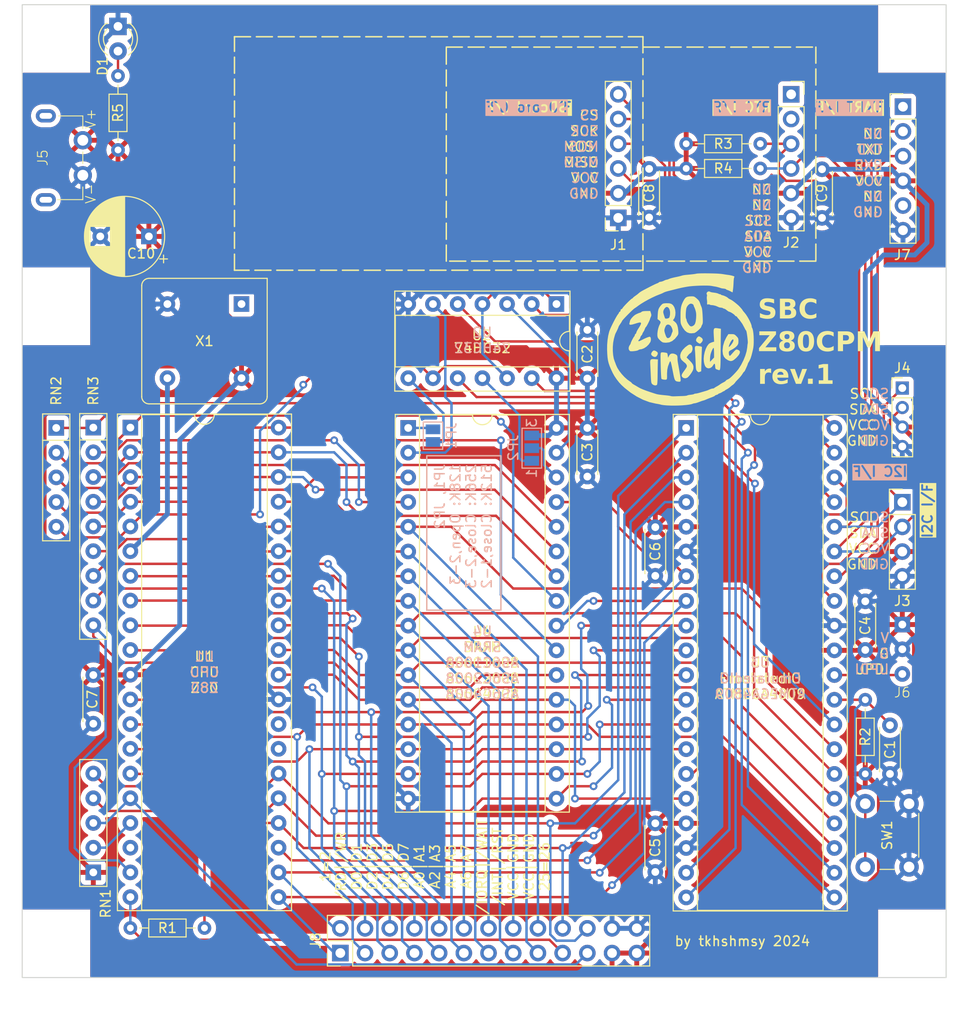
<source format=kicad_pcb>
(kicad_pcb (version 20221018) (generator pcbnew)
  (layers (0 "F.Cu" signal) (31 "B.Cu" signal) (34 "B.Paste" user) (35 "F.Paste" user) (36 "B.SilkS" user "B.Silkscreen") (37 "F.SilkS" user "F.Silkscreen") (38 "B.Mask" user) (39 "F.Mask" user) (44 "Edge.Cuts" user))
  (net 0 "")
  (net 1 "Net-(U3-PF6{slash}RESET)")
  (net 2 "GND")
  (net 3 "VCC")
  (net 4 "Net-(D1-A)")
  (net 5 "/MISO")
  (net 6 "/MOSI")
  (net 7 "/SCK")
  (net 8 "/SS")
  (net 11 "/SCL")
  (net 12 "/SDA")
  (net 13 "/UPDI")
  (net 15 "/TXD")
  (net 16 "/RXD")
  (net 18 "/{slash}RD")
  (net 19 "/{slash}WR")
  (net 20 "D0")
  (net 21 "D1")
  (net 22 "D2")
  (net 23 "D3")
  (net 24 "D4")
  (net 25 "D5")
  (net 26 "D6")
  (net 27 "D7")
  (net 28 "A0")
  (net 29 "A1")
  (net 30 "A2")
  (net 31 "A3")
  (net 32 "A4")
  (net 33 "A5")
  (net 34 "A6")
  (net 35 "A7")
  (net 36 "/{slash}IORQ")
  (net 37 "/{slash}WAIT")
  (net 38 "/{slash}INT")
  (net 39 "/{slash}RST")
  (net 40 "/BS2")
  (net 41 "/BANK2")
  (net 42 "/BS3")
  (net 43 "/BANK3")
  (net 44 "/{slash}NMI")
  (net 45 "/{slash}BUSRQ")
  (net 46 "/{slash}BOOT")
  (net 47 "/{slash}MREQ")
  (net 48 "A8")
  (net 49 "A9")
  (net 50 "A10")
  (net 51 "A11")
  (net 52 "A12")
  (net 53 "A13")
  (net 54 "A14")
  (net 55 "A15")
  (net 56 "/CLK")
  (net 58 "/{slash}BUSACK")
  (net 61 "/BANKSEL0")
  (net 62 "/BANK0")
  (net 63 "/BANKSEL1")
  (net 64 "/BANK1")
  (net 65 "/BANKSEL2")
  (net 66 "/BANKSEL3")
  (footprint "sbcz80cpm:UPDIconn" (layer "F.Cu") (at 150.495 123.715 -90)
    (fp_text reference "J6")
    (fp_text value "Conn_01x03_Socket")
  )
  (footprint "LOGO" (layer "F.Cu") (at 127.635 94.488)
    (fp_text reference "G***" hide)
    (fp_text value "LOGO" hide)
  )
  (footprint "Resistor_THT:R_Axial_DIN0204_L3.6mm_D1.6mm_P7.62mm_Horizontal" (layer "F.Cu") (at 69.85 74.93 90)
    (fp_text reference "R5")
    (fp_text value "2k")
  )
  (footprint "Connector_PinSocket_2.54mm:PinSocket_1x06_P2.54mm_Vertical" (layer "F.Cu") (at 121.285 81.915 180)
    (fp_text reference "J1")
    (fp_text value "Conn_01x06_Socket")
  )
  (footprint "Capacitor_THT:C_Disc_D4.3mm_W1.9mm_P5.00mm" (layer "F.Cu") (at 146.685 126.325 90)
    (fp_text reference "C4")
    (fp_text value "0.1u")
  )
  (footprint "Capacitor_THT:C_Disc_D4.3mm_W1.9mm_P5.00mm" (layer "F.Cu") (at 118.11 103.505 -90)
    (fp_text reference "C3")
    (fp_text value "0.1u")
  )
  (footprint "Connector_PinHeader_2.54mm:PinHeader_2x13_P2.54mm_Vertical" (layer "F.Cu") (at 92.71 157.48 90)
    (fp_text reference "J8")
    (fp_text value "Conn_02x13_Odd_Even")
  )
  (footprint "MountingHole:MountingHole_3.2mm_M3" (layer "F.Cu") (at 152 91)
    (fp_text reference "H6" hide)
    (fp_text value "MountingHole")
  )
  (footprint "Resistor_THT:R_Axial_DIN0204_L3.6mm_D1.6mm_P7.62mm_Horizontal" (layer "F.Cu") (at 71.12 154.905)
    (fp_text reference "R1")
    (fp_text value "10k")
  )
  (footprint "Capacitor_THT:C_Disc_D4.3mm_W1.9mm_P5.00mm" (layer "F.Cu") (at 149.225 134.065 -90)
    (fp_text reference "C1")
    (fp_text value "0.1u")
  )
  (footprint "Resistor_THT:R_Array_SIP5" (layer "F.Cu") (at 63.5 103.505 -90)
    (fp_text reference "RN2")
    (fp_text value "4x10k")
  )
  (footprint "Connector_PinSocket_2.54mm:PinSocket_1x06_P2.54mm_Vertical" (layer "F.Cu") (at 139.065 69.215)
    (fp_text reference "J2")
    (fp_text value "Conn_01x06_Socket")
  )
  (footprint "Package_DIP:DIP-40_W15.24mm_Socket" (layer "F.Cu") (at 71.12 103.47)
    (fp_text reference "U1")
    (fp_text value "Z80CPU")
  )
  (footprint "Capacitor_THT:CP_Radial_D8.0mm_P5.00mm" (layer "F.Cu") (at 73.025 83.82 180)
    (fp_text reference "C10")
    (fp_text value "470u")
  )
  (footprint "Connector_PinHeader_2.54mm:PinHeader_1x06_P2.54mm_Vertical" (layer "F.Cu") (at 150.565 70.485)
    (fp_text reference "J7")
    (fp_text value "Conn_01x06_Socket")
  )
  (footprint "Capacitor_THT:C_Disc_D4.3mm_W1.9mm_P5.00mm" (layer "F.Cu") (at 118.11 98.425 90)
    (fp_text reference "C2")
    (fp_text value "0.1u")
  )
  (footprint "Connector_PinHeader_2.54mm:PinHeader_1x04_P2.54mm_Vertical" (layer "F.Cu") (at 150.495 111.135)
    (fp_text reference "J3")
    (fp_text value "Conn_01x04_Socket")
  )
  (footprint "MountingHole:MountingHole_3.2mm_M3" (layer "F.Cu") (at 62.865 91)
    (fp_text reference "H5" hide)
    (fp_text value "MountingHole")
  )
  (footprint "Package_DIP:DIP-32_W15.24mm_Socket" (layer "F.Cu") (at 99.69 103.505)
    (fp_text reference "U4")
    (fp_text value "AS6C4008-55PCN")
  )
  (footprint "sbcz80cpm:A295-CTRPB-1" (layer "F.Cu") (at 66.23 75.735 90)
    (fp_text reference "J5")
    (fp_text value "Conn_Coaxial_Power")
  )
  (footprint "Resistor_THT:R_Array_SIP5" (layer "F.Cu") (at 67.31 149.19 90)
    (fp_text reference "RN1")
    (fp_text value "4x10k")
  )
  (footprint "MountingHole:MountingHole_3.2mm_M3" (layer "F.Cu") (at 63 63)
    (fp_text reference "H1" hide)
    (fp_text value "MountingHole")
  )
  (footprint "Resistor_THT:R_Axial_DIN0204_L3.6mm_D1.6mm_P7.62mm_Horizontal" (layer "F.Cu") (at 146.685 131.445 -90)
    (fp_text reference "R2")
    (fp_text value "10k")
  )
  (footprint "Capacitor_THT:C_Disc_D4.3mm_W1.9mm_P5.00mm" (layer "F.Cu") (at 125.095 113.705 -90)
    (fp_text reference "C6")
    (fp_text value "0.1u")
  )
  (footprint "MountingHole:MountingHole_3.2mm_M3" (layer "F.Cu") (at 152 63)
    (fp_text reference "H2" hide)
    (fp_text value "MountingHole")
  )
  (footprint "LED_THT:LED_D3.0mm" (layer "F.Cu") (at 69.85 62.23 -90)
    (fp_text reference "D1")
    (fp_text value "LED_Small")
  )
  (footprint "Button_Switch_THT:SW_PUSH_6mm" (layer "F.Cu") (at 146.685 148.63 90)
    (fp_text reference "SW1")
    (fp_text value "SW_Push")
  )
  (footprint "Capacitor_THT:C_Disc_D4.3mm_W1.9mm_P5.00mm" (layer "F.Cu") (at 142.24 76.915 -90)
    (fp_text reference "C9")
    (fp_text value "0.1u")
  )
  (footprint "Package_DIP:DIP-40_W15.24mm_Socket" (layer "F.Cu") (at 128.27 103.505)
    (fp_text reference "U3")
    (fp_text value "ATMEGA4809-PF")
  )
  (footprint "Resistor_THT:R_Axial_DIN0204_L3.6mm_D1.6mm_P7.62mm_Horizontal" (layer "F.Cu") (at 135.89 76.835 180)
    (fp_text reference "R4")
    (fp_text value "10k")
  )
  (footprint "Oscillator:Oscillator_DIP-8" (layer "F.Cu") (at 82.55 90.77 180)
    (fp_text reference "X1")
    (fp_text value "8MHz")
  )
  (footprint "Connector_PinHeader_2.00mm:PinHeader_1x04_P2.00mm_Vertical" (layer "F.Cu") (at 150.495 99.41)
    (fp_text reference "J4")
    (fp_text value "Conn_01x04_Socket")
  )
  (footprint "Resistor_THT:R_Axial_DIN0204_L3.6mm_D1.6mm_P7.62mm_Horizontal" (layer "F.Cu") (at 135.89 74.295 180)
    (fp_text reference "R3")
    (fp_text value "10k")
  )
  (footprint "Capacitor_THT:C_Disc_D4.3mm_W1.9mm_P5.00mm" (layer "F.Cu") (at 67.31 128.905 -90)
    (fp_text reference "C7")
    (fp_text value "0.1u")
  )
  (footprint "Capacitor_THT:C_Disc_D4.3mm_W1.9mm_P5.00mm" (layer "F.Cu") (at 124.46 76.875 -90)
    (fp_text reference "C8")
    (fp_text value "0.1u")
  )
  (footprint "Resistor_THT:R_Array_SIP9" (layer "F.Cu") (at 67.31 103.47 -90)
    (fp_text reference "RN3")
    (fp_text value "8x10k")
  )
  (footprint "Capacitor_THT:C_Disc_D4.3mm_W1.9mm_P5.00mm" (layer "F.Cu") (at 125.095 144.145 -90)
    (fp_text reference "C5")
    (fp_text value "0.1u")
  )
  (footprint "MountingHole:MountingHole_3.2mm_M3" (layer "F.Cu") (at 63 157)
    (fp_text reference "H3" hide)
    (fp_text value "MountingHole")
  )
  (footprint "MountingHole:MountingHole_3.2mm_M3" (layer "F.Cu") (at 152 157)
    (fp_text reference "H4" hide)
    (fp_text value "MountingHole")
  )
  (footprint "Package_DIP:DIP-14_W7.62mm_Socket" (layer "F.Cu") (at 114.935 90.77 -90)
    (fp_text reference "U2")
    (fp_text value "74LS32")
  )
  (footprint "Jumper:SolderJumper-2_P1.3mm_Open_Pad1.0x1.5mm" (layer "B.Cu") (at 102.235 104.3 90)
    (fp_text reference "JP1")
    (fp_text value "SolderJumper_2_Open")
  )
  (footprint "Jumper:SolderJumper-3_P1.3mm_Open_Pad1.0x1.5mm_NumberLabels" (layer "B.Cu") (at 112.395 105.585 90)
    (fp_text reference "JP2")
    (fp_text value "SolderJumper_3_Open")
  )
  (gr_rect (start 103.605 64.36) (end 141.605 86.36) (stroke (width 0.15) (type dash)) (fill none) (layer "F.SilkS"))
  (gr_rect (start 81.825 63.295) (end 123.825 87.295) (stroke (width 0.15) (type dash)) (fill none) (layer "F.SilkS"))
  (gr_rect locked (start 60 60) (end 155 160) (stroke (width 0.1)) (fill none) (layer "Edge.Cuts"))
  (gr_text "NC\nTXD\nRXD\nVCC\nNC\nGND" (at 148.59 81.915) (layer "B.SilkS") (effects (font (size 1 1)) (justify left bottom mirror)))
  (gr_text "RTC I/F" (at 137.16 71.12) (layer "B.SilkS" knockout) (effects (font (size 1 1) (thickness 0.2) bold) (justify left bottom mirror)))
  (gr_text "SCL\nSDA\nVCC\nGND" (at 149.225 118.11) (layer "B.SilkS") (effects (font (size 1 1)) (justify left bottom mirror)))
  (gr_text "NC\nNC\nSCL\nSDA\nVCC\nGND" (at 137.16 87.63) (layer "B.SilkS") (effects (font (size 1 1)) (justify left bottom mirror)))
  (gr_text "SCL\nSDA\nVCC\nGND" (at 149.225 105.41) (layer "B.SilkS") (effects (font (size 1 1)) (justify left bottom mirror)))
  (gr_text "U3\nEmulatedIO\nATMEGA4809" (at 135.89 131.445) (layer "B.SilkS") (effects (font (size 1 1)) (justify bottom mirror)))
  (gr_text "I2C I/F" (at 151.13 108.585) (layer "B.SilkS" knockout) (effects (font (size 1 1) (thickness 0.2) bold) (justify left bottom mirror)))
  (gr_text "U4\nSRAM\nAS6C1008\nAS6C2008\nAS6C4008" (at 107.315 131.445) (layer "B.SilkS") (effects (font (size 1 1)) (justify bottom mirror)))
  (gr_text "CS\nSCK\nMOSI\nMISO\nVCC\nGND" (at 119.38 80.01) (layer "B.SilkS") (effects (font (size 1 1)) (justify left bottom mirror)))
  (gr_text "U1\nCPU\nZ80" (at 78.74 130.81) (layer "B.SilkS") (effects (font (size 1 1)) (justify bottom mirror)))
  (gr_text "SDcard I/F" (at 116.205 71.12) (layer "B.SilkS" knockout) (effects (font (size 1 1) (thickness 0.2) bold) (justify left bottom mirror)))
  (gr_text "U2\n74HC32" (at 107.315 95.885) (layer "B.SilkS") (effects (font (size 1 1)) (justify bottom mirror)))
  (gr_text "V\nG\nUPDI" (at 149.225 128.905) (layer "B.SilkS") (effects (font (size 1 1)) (justify left bottom mirror)))
  (gr_text "UART I/F" (at 148.59 71.12) (layer "B.SilkS" knockout) (effects (font (size 1 1) (thickness 0.2) bold) (justify left bottom mirror)))
  (gr_text "SRAM\nAS6C1008\nAS6C2008\nAS6C4008" (at 107.315 131.445) (layer "F.SilkS") (effects (font (size 1 1)) (justify bottom)))
  (gr_text "74HC32" (at 107.315 95.885) (layer "F.SilkS") (effects (font (size 1 1)) (justify bottom)))
  (gr_text "1=2\n/RD|/WR\nD0|D1\nD2|D3\nD4|D5\nD6|D7\nA0|A1\nA2|A3\nA4|A5\nA6|A7\n/IORQ|/WAIT\n/INT|/RST\nVCC|GND\nVCC|GND\n25=26" (at 114.3 148.59 90) (layer "F.SilkS") (effects (font (size 1 1)) (justify bottom)))
  (gr_text "CS\nSCK\nMOSI\nMISO\nVCC\nGND" (at 119.38 80.01) (layer "F.SilkS") (effects (font (size 1 1)) (justify right bottom)))
  (gr_text "UART I/F" (at 141.605 71.12) (layer "F.SilkS" knockout) (effects (font (size 1 1) (thickness 0.2) bold) (justify left bottom)))
  (gr_text "CPU\nZ80" (at 78.74 130.81) (layer "F.SilkS") (effects (font (size 1 1)) (justify bottom)))
  (gr_text "SBC\nZ80CPM\nrev.1" (at 135.636 99.314) (layer "F.SilkS") (effects (font (size 2 2) (thickness 0.4) bold) (justify left bottom)))
  (gr_text "SDcard I/F" (at 107.95 71.12) (layer "F.SilkS" knockout) (effects (font (size 1 1) (thickness 0.2) bold) (justify left bottom)))
  (gr_text "NC\nNC\nSCL\nSDA\nVCC\nGND" (at 137.16 87.63) (layer "F.SilkS") (effects (font (size 1 1)) (justify right bottom)))
  (gr_text "EmulatedIO\nATMEGA4809" (at 135.89 131.445) (layer "F.SilkS") (effects (font (size 1 1)) (justify bottom)))
  (gr_text "NC\nTXD\nRXD\nVCC\nNC\nGND" (at 148.59 81.915) (layer "F.SilkS") (effects (font (size 1 1)) (justify right bottom)))
  (gr_text "SCL\nSDA\nVCC\nGND" (at 147.955 105.41) (layer "F.SilkS") (effects (font (size 1 1)) (justify right bottom)))
  (gr_text "SCL\nSDA\nVCC\nGND" (at 147.955 118.11) (layer "F.SilkS") (effects (font (size 1 1)) (justify right bottom)))
  (gr_text "V\nG\nUPDI" (at 149.225 128.905) (layer "F.SilkS") (effects (font (size 1 1)) (justify right bottom)))
  (gr_text "by tkhshmsy 2024" (at 127 156.845) (layer "F.SilkS") (effects (font (size 1 1)) (justify left bottom)))
  (gr_text "RTC I/F" (at 130.81 71.12) (layer "F.SilkS" knockout) (effects (font (size 1 1) (thickness 0.2) bold) (justify left bottom)))
  (gr_text "I2C I/F" (at 153.67 114.935 90) (layer "F.SilkS" knockout) (effects (font (size 1 1) (thickness 0.2) bold) (justify left bottom)))
  (gr_text_box "JP1, JP2\n128K: Open,2-3\n256K: Close,2-3\n512K: Close,1-2\n" (start 101.6 122.2375) (end 109.22 106.3625) (angle 90) (layer "B.SilkS") (effects (font (size 1 1)) (justify left top mirror)) (stroke (width 0.15)))
  (segment (start 146.685 148.63) (end 146.685 142.13) (width 0.25) (layer "F.Cu") (net 1))
  (segment (start 146.685 131.445) (end 149.225 133.985) (width 0.25) (layer "F.Cu") (net 1))
  (segment (start 149.225 133.985) (end 149.225 134.065) (width 0.25) (layer "F.Cu") (net 1))
  (segment (start 143.51 131.445) (end 146.685 131.445) (width 0.25) (layer "F.Cu") (net 1))
  (segment (start 145.66 132.47) (end 146.685 131.445) (width 0.25) (layer "B.Cu") (net 1))
  (segment (start 146.685 142.13) (end 145.66 141.105) (width 0.25) (layer "B.Cu") (net 1))
  (segment (start 145.66 141.105) (end 145.66 132.47) (width 0.25) (layer "B.Cu") (net 1))
  (segment (start 124.46 81.875) (end 139.025 81.875) (width 0.5) (layer "B.Cu") (net 2))
  (segment (start 74.93 90.725) (end 74.93 90.77) (width 0.5) (layer "B.Cu") (net 2))
  (segment (start 151.745 141.57) (end 151.745 127.505) (width 0.5) (layer "B.Cu") (net 2))
  (segment (start 147.955 123.715) (end 150.495 126.255) (width 0.5) (layer "B.Cu") (net 2))
  (segment (start 151.795 106.71) (end 151.795 117.455) (width 0.5) (layer "B.Cu") (net 2))
  (segment (start 124.46 81.875) (end 121.325 81.875) (width 0.5) (layer "B.Cu") (net 2))
  (segment (start 150.495 118.755) (end 147.955 121.295) (width 0.5) (layer "B.Cu") (net 2))
  (segment (start 119.36 107.255) (end 118.11 108.505) (width 0.5) (layer "B.Cu") (net 2))
  (segment (start 65.405 132) (end 65.405 99.06) (width 0.5) (layer "B.Cu") (net 2))
  (segment (start 66.23 82.025) (end 68.025 83.82) (width 0.5) (layer "B.Cu") (net 2))
  (segment (start 125.095 153.035) (end 125.095 149.145) (width 0.5) (layer "B.Cu") (net 2))
  (segment (start 141.605 101.6) (end 142.24 100.965) (width 0.5) (layer "B.Cu") (net 2))
  (segment (start 82.55 127.6) (end 86.36 131.41) (width 0.5) (layer "B.Cu") (net 2))
  (segment (start 67.945 64.135) (end 69.85 62.23) (width 0.5) (layer "B.Cu") (net 2))
  (segment (start 150.495 105.41) (end 145.0975 100.0125) (width 0.5) (layer "B.Cu") (net 2))
  (segment (start 77.505 93.345) (end 85.09 93.345) (width 0.5) (layer "B.Cu") (net 2))
  (segment (start 130.81 113.665) (end 130.81 102.235) (width 0.5) (layer "B.Cu") (net 2))
  (segment (start 149.225 140.17) (end 151.185 142.13) (width 0.5) (layer "B.Cu") (net 2))
  (segment (start 147.925 121.325) (end 150.495 118.755) (width 0.5) (layer "B.Cu") (net 2))
  (segment (start 66.23 77.535) (end 67.945 75.82) (width 0.5) (layer "B.Cu") (net 2))
  (segment (start 86.36 94.615) (end 86.36 98.425) (width 0.5) (layer "B.Cu") (net 2))
  (segment (start 73.695 90.77) (end 74.93 90.77) (width 0.5) (layer "B.Cu") (net 2))
  (segment (start 123.19 154.94) (end 125.095 153.035) (width 0.5) (layer "B.Cu") (net 2))
  (segment (start 74.93 90.77) (end 77.505 93.345) (width 0.5) (layer "B.Cu") (net 2))
  (segment (start 151.795 117.455) (end 150.495 118.755) (width 0.5) (layer "B.Cu") (net 2))
  (segment (start 67.945 75.82) (end 67.945 64.135) (width 0.5) (layer "B.Cu") (net 2))
  (segment (start 120.65 154.94) (end 123.19 154.94) (width 0.5) (layer "B.Cu") (net 2))
  (segment (start 67.31 133.905) (end 65.405 132) (width 0.5) (layer "B.Cu") (net 2))
  (segment (start 128.27 146.685) (end 127.555 146.685) (width 0.5) (layer "B.Cu") (net 2))
  (segment (start 144.78 99.695) (end 139.065 99.695) (width 0.5) (layer "B.Cu") (net 2))
  (segment (start 121.285 88.27) (end 121.285 81.915) (width 0.5) (layer "B.Cu") (net 2))
  (segment (start 86.36 98.425) (end 82.55 102.235) (width 0.5) (layer "B.Cu") (net 2))
  (segment (start 143.51 123.825) (end 141.605 121.92) (width 0.5) (layer "B.Cu") (net 2))
  (segment (start 142.24 81.915) (end 149.295 81.915) (width 0.5) (layer "B.Cu") (net 2))
  (segment (start 99.69 141.605) (end 97.79 139.705) (width 0.5) (layer "B.Cu") (net 2))
  (segment (start 66.23 77.535) (end 66.23 82.025) (width 0.5) (layer "B.Cu") (net 2))
  (segment (start 149.225 139.065) (end 149.225 140.17) (width 0.5) (layer "B.Cu") (net 2))
  (segment (start 130.81 102.235) (end 133.35 99.695) (width 0.5) (layer "B.Cu") (net 2))
  (segment (start 76.18 89.52) (end 74.93 90.77) (width 0.5) (layer "B.Cu") (net 2))
  (segment (start 82.55 102.235) (end 82.55 127.6) (width 0.5) (layer "B.Cu") (net 2))
  (segment (start 97.79 139.705) (end 97.79 92.675) (width 0.5) (layer "B.Cu") (net 2))
  (segment (start 142.24 100.965) (end 144.145 100.965) (width 0.5) (layer "B.Cu") (net 2))
  (segment (start 68.025 83.82) (end 74.93 90.725) (width 0.5) (layer "B.Cu") (net 2))
  (segment (start 151.745 127.505) (end 150.495 126.255) (width 0.5) (layer "B.Cu") (net 2))
  (segment (start 97.79 92.675) (end 99.695 90.77) (width 0.5) (layer "B.Cu") (net 2))
  (segment (start 139.025 81.875) (end 139.065 81.915) (width 0.5) (layer "B.Cu") (net 2))
  (segment (start 85.09 93.345) (end 86.36 94.615) (width 0.5) (layer "B.Cu") (net 2))
  (segment (start 128.27 146.685) (end 130.81 144.145) (width 0.5) (layer "B.Cu") (net 2))
  (segment (start 98.445 89.52) (end 76.18 89.52) (width 0.5) (layer "B.Cu") (net 2))
  (segment (start 130.81 118.745) (end 128.27 116.205) (width 0.5) (layer "B.Cu") (net 2))
  (segment (start 118.11 93.425) (end 119.36 94.675) (width 0.5) (layer "B.Cu") (net 2))
  (segment (start 150.495 105.41) (end 151.795 106.71) (width 0.5) (layer "B.Cu") (net 2))
  (segment (start 133.35 99.695) (end 139.065 99.695) (width 0.5) (layer "B.Cu") (net 2))
  (segment (start 119.36 94.675) (end 119.36 107.255) (width 0.5) (layer "B.Cu") (net 2))
  (segment (start 145.0975 100.0125) (end 144.78 99.695) (width 0.5) (layer "B.Cu") (net 2))
  (segment (start 128.27 116.205) (end 127.595 116.205) (width 0.5) (layer "B.Cu") (net 2))
  (segment (start 118.11 91.445) (end 118.11 93.425) (width 0.5) (layer "B.Cu") (net 2))
  (segment (start 149.295 81.915) (end 150.565 83.185) (width 0.5) (layer "B.Cu") (net 2))
  (segment (start 100.945 89.52) (end 116.185 89.52) (width 0.5) (layer "B.Cu") (net 2))
  (segment (start 65.405 99.06) (end 73.695 90.77) (width 0.5) (layer "B.Cu") (net 2))
  (segment (start 128.27 116.205) (end 130.81 113.665) (width 0.5) (layer "B.Cu") (net 2))
  (segment (start 99.695 90.77) (end 98.445 89.52) (width 0.5) (layer "B.Cu") (net 2))
  (segment (start 146.685 121.325) (end 147.925 121.325) (width 0.5) (layer "B.Cu") (net 2))
  (segment (start 147.955 121.295) (end 147.955 123.715) (width 0.5) (layer "B.Cu") (net 2))
  (segment (start 139.065 81.915) (end 142.24 81.915) (width 0.5) (layer "B.Cu") (net 2))
  (segment (start 130.81 144.145) (end 130.81 118.745) (width 0.5) (layer "B.Cu") (net 2))
  (segment (start 99.695 90.77) (end 100.945 89.52) (width 0.5) (layer "B.Cu") (net 2))
  (segment (start 127.555 146.685) (end 125.095 149.145) (width 0.5) (layer "B.Cu") (net 2))
  (segment (start 121.325 81.875) (end 121.285 81.915) (width 0.5) (layer "B.Cu") (net 2))
  (segment (start 118.11 91.445) (end 121.285 88.27) (width 0.5) (layer "B.Cu") (net 2))
  (segment (start 116.185 89.52) (end 118.11 91.445) (width 0.5) (layer "B.Cu") (net 2))
  (segment (start 151.185 142.13) (end 151.745 141.57) (width 0.5) (layer "B.Cu") (net 2))
  (segment (start 139.065 99.695) (end 139.065 81.915) (width 0.5) (layer "B.Cu") (net 2))
  (segment (start 141.605 121.92) (end 141.605 101.6) (width 0.5) (layer "B.Cu") (net 2))
  (segment (start 127.595 116.205) (end 125.095 118.705) (width 0.5) (layer "B.Cu") (net 2))
  (segment (start 144.145 100.965) (end 145.0975 100.0125) (width 0.5) (layer "B.Cu") (net 2))
  (segment (start 151.185 142.13) (end 151.185 148.63) (width 0.5) (layer "B.Cu") (net 2))
  (segment (start 146.685 126.325) (end 147.885 126.325) (width 0.5) (layer "F.Cu") (net 3))
  (segment (start 67.31 149.19) (end 64.77 146.65) (width 0.5) (layer "F.Cu") (net 3))
  (segment (start 71.085 128.905) (end 71.12 128.87) (width 0.5) (layer "F.Cu") (net 3))
  (segment (start 121.285 79.375) (end 121.96 79.375) (width 0.5) (layer "F.Cu") (net 3))
  (segment (start 148.135 140.515) (end 146.685 139.065) (width 0.5) (layer "F.Cu") (net 3))
  (segment (start 81.3 97.14) (end 82.55 98.39) (width 0.5) (layer "F.Cu") (net 3))
  (segment (start 128.23 76.875) (end 128.27 76.835) (width 0.5) (layer "F.Cu") (net 3))
  (segment (start 68.855 73.935) (end 69.85 74.93) (width 0.5) (layer "F.Cu") (net 3))
  (segment (start 67.31 128.905) (end 71.085 128.905) (width 0.5) (layer "F.Cu") (net 3))
  (segment (start 121.285 79.375) (end 77.47 79.375) (width 0.5) (layer "F.Cu") (net 3))
  (segment (start 67.365 97.14) (end 81.3 97.14) (width 0.5) (layer "F.Cu") (net 3))
  (segment (start 64.77 146.65) (end 64.77 132.08) (width 0.5) (layer "F.Cu") (net 3))
  (segment (start 130.81 79.375) (end 139.065 79.375) (width 0.5) (layer "F.Cu") (net 3))
  (segment (start 69.85 80.645) (end 73.025 83.82) (width 0.5) (layer "F.Cu") (net 3))
  (segment (start 125.095 113.705) (end 128.23 113.705) (width 0.5) (layer "F.Cu") (net 3))
  (segment (start 146.645 126.365) (end 146.685 126.325) (width 0.5) (layer "F.Cu") (net 3))
  (segment (start 82.55 98.39) (end 85.69 95.25) (width 0.5) (layer "F.Cu") (net 3))
  (segment (start 150.495 103.41) (end 152.495 105.41) (width 0.5) (layer "F.Cu") (net 3))
  (segment (start 82.55 93.345) (end 82.55 98.39) (width 0.5) (layer "F.Cu") (net 3))
  (segment (start 71.12 128.87) (end 71.12 128.905) (width 0.5) (layer "F.Cu") (net 3))
  (segment (start 114.93 103.505) (end 118.11 103.505) (width 0.5) (layer "F.Cu") (net 3))
  (segment (start 150.495 136.525) (end 149.225 136.525) (width 0.5) (layer "F.Cu") (net 3))
  (segment (start 114.935 103.5) (end 114.93 103.505) (width 0.5) (layer "F.Cu") (net 3))
  (segment (start 148.59 121.81) (end 150.495 123.715) (width 0.5) (layer "F.Cu") (net 3))
  (segment (start 151.745 124.965) (end 151.745 135.275) (width 0.5) (layer "F.Cu") (net 3))
  (segment (start 62.25 102.255) (end 67.365 97.14) (width 0.5) (layer "F.Cu") (net 3))
  (segment (start 73.025 83.82) (end 82.55 93.345) (width 0.5) (layer "F.Cu") (net 3))
  (segment (start 152.495 121.715) (end 150.495 123.715) (width 0.5) (layer "F.Cu") (net 3))
  (segment (start 148.135 149.23061) (end 148.135 140.515) (width 0.5) (layer "F.Cu") (net 3))
  (segment (start 143.51 126.365) (end 146.645 126.365) (width 0.5) (layer "F.Cu") (net 3))
  (segment (start 149.225 136.525) (end 146.685 139.065) (width 0.5) (layer "F.Cu") (net 3))
  (segment (start 85.69 95.25) (end 111.795 95.25) (width 0.5) (layer "F.Cu") (net 3))
  (segment (start 128.27 76.835) (end 130.81 79.375) (width 0.5) (layer "F.Cu") (net 3))
  (segment (start 123.19 157.48) (end 139.88561 157.48) (width 0.5) (layer "F.Cu") (net 3))
  (segment (start 62.25 123.845) (end 62.25 102.255) (width 0.5) (layer "F.Cu") (net 3))
  (segment (start 148.59 118.12) (end 148.59 121.81) (width 0.5) (layer "F.Cu") (net 3))
  (segment (start 150.495 123.715) (end 151.745 124.965) (width 0.5) (layer "F.Cu") (net 3))
  (segment (start 125.095 144.145) (end 128.27 144.145) (width 0.5) (layer "F.Cu") (net 3))
  (segment (start 126.345 154.325) (end 123.19 157.48) (width 0.5) (layer "F.Cu") (net 3))
  (segment (start 147.885 126.325) (end 150.495 123.715) (width 0.5) (layer "F.Cu") (net 3))
  (segment (start 126.345 145.395) (end 126.345 154.325) (width 0.5) (layer "F.Cu") (net 3))
  (segment (start 69.85 74.93) (end 69.85 80.645) (width 0.5) (layer "F.Cu") (net 3))
  (segment (start 125.095 106.045) (end 125.095 113.705) (width 0.5) (layer "F.Cu") (net 3))
  (segment (start 125.095 144.145) (end 126.345 145.395) (width 0.5) (layer "F.Cu") (net 3))
  (segment (start 114.935 98.39) (end 118.075 98.39) (width 0.5) (layer "F.Cu") (net 3))
  (segment (start 128.27 74.295) (end 128.27 76.835) (width 0.5) (layer "F.Cu") (net 3))
  (segment (start 118.075 98.39) (end 118.11 98.425) (width 0.5) (layer "F.Cu") (net 3))
  (segment (start 150.495 116.215) (end 148.59 118.12) (width 0.5) (layer "F.Cu") (net 3))
  (segment (start 128.23 113.705) (end 128.27 113.665) (width 0.5) (layer "F.Cu") (net 3))
  (segment (start 120.65 157.48) (end 123.19 157.48) (width 0.5) (layer "F.Cu") (net 3))
  (segment (start 118.11 103.505) (end 122.555 103.505) (width 0.5) (layer "F.Cu") (net 3))
  (segment (start 67.31 128.905) (end 62.25 123.845) (width 0.5) (layer "F.Cu") (net 3))
  (segment (start 67.945 132.08) (end 64.77 132.08) (width 0.5) (layer "F.Cu") (net 3))
  (segment (start 139.88561 157.48) (end 148.135 149.23061) (width 0.5) (layer "F.Cu") (net 3))
  (segment (start 122.555 103.505) (end 125.095 106.045) (width 0.5) (layer "F.Cu") (net 3))
  (segment (start 71.12 128.905) (end 67.945 132.08) (width 0.5) (layer "F.Cu") (net 3))
  (segment (start 66.23 73.935) (end 68.855 73.935) (width 0.5) (layer "F.Cu") (net 3))
  (segment (start 77.47 79.375) (end 73.025 83.82) (width 0.5) (layer "F.Cu") (net 3))
  (segment (start 111.795 95.25) (end 114.935 98.39) (width 0.5) (layer "F.Cu") (net 3))
  (segment (start 151.745 135.275) (end 150.495 136.525) (width 0.5) (layer "F.Cu") (net 3))
  (segment (start 152.495 105.41) (end 152.495 121.715) (width 0.5) (layer "F.Cu") (net 3))
  (segment (start 153.035 80.575) (end 153.035 84.455) (width 0.5) (layer "B.Cu") (net 3))
  (segment (start 146.685 99.6) (end 150.495 103.41) (width 0.5) (layer "B.Cu") (net 3))
  (segment (start 150.565 78.105) (end 153.035 80.575) (width 0.5) (layer "B.Cu") (net 3))
  (segment (start 141.525 76.915) (end 139.065 79.375) (width 0.5) (layer "B.Cu") (net 3))
  (segment (start 148.59 85.725) (end 146.685 87.63) (width 0.5) (layer "B.Cu") (net 3))
  (segment (start 124.46 76.875) (end 128.23 76.875) (width 0.5) (layer "B.Cu") (net 3))
  (segment (start 121.96 79.375) (end 124.46 76.875) (width 0.5) (layer "B.Cu") (net 3))
  (segment (start 153.035 84.455) (end 151.765 85.725) (width 0.5) (layer "B.Cu") (net 3))
  (segment (start 71.12 128.87) (end 76.2 123.79) (width 0.5) (layer "B.Cu") (net 3))
  (segment (start 146.685 87.63) (end 146.685 99.6) (width 0.5) (layer "B.Cu") (net 3))
  (segment (start 142.24 76.915) (end 141.525 76.915) (width 0.5) (layer "B.Cu") (net 3))
  (segment (start 151.765 85.725) (end 148.59 85.725) (width 0.5) (layer "B.Cu") (net 3))
  (segment (start 76.2 123.79) (end 76.2 104.74) (width 0.5) (layer "B.Cu") (net 3))
  (segment (start 114.15 104.285) (end 114.93 103.505) (width 0.5) (layer "B.Cu") (net 3))
  (segment (start 112.395 104.285) (end 114.15 104.285) (width 0.5) (layer "B.Cu") (net 3))
  (segment (start 114.935 98.39) (end 114.935 103.5) (width 0.5) (layer "B.Cu") (net 3))
  (segment (start 149.375 76.915) (end 150.565 78.105) (width 0.5) (layer "B.Cu") (net 3))
  (segment (start 76.2 104.74) (end 82.55 98.39) (width 0.5) (layer "B.Cu") (net 3))
  (segment (start 142.24 76.915) (end 149.375 76.915) (width 0.5) (layer "B.Cu") (net 3))
  (segment (start 118.11 98.425) (end 118.11 103.505) (width 0.5) (layer "B.Cu") (net 3))
  (segment (start 69.85 64.77) (end 69.85 67.31) (width 0.25) (layer "F.Cu") (net 4))
  (segment (start 125.725812 78.105) (end 139.7 92.079188) (width 0.25) (layer "F.Cu") (net 5))
  (segment (start 144.78 111.920496) (end 144.78 109.855) (width 0.25) (layer "F.Cu") (net 5))
  (segment (start 139.7 92.079188) (end 139.7 109.855) (width 0.25) (layer "F.Cu") (net 5))
  (segment (start 122.555 78.105) (end 125.725812 78.105) (width 0.25) (layer "F.Cu") (net 5))
  (segment (start 139.7 109.855) (end 142.24 112.395) (width 0.25) (layer "F.Cu") (net 5))
  (segment (start 144.305496 112.395) (end 144.78 111.920496) (width 0.25) (layer "F.Cu") (net 5))
  (segment (start 121.285 76.835) (end 122.555 78.105) (width 0.25) (layer "F.Cu") (net 5))
  (segment (start 144.78 109.855) (end 143.51 108.585) (width 0.25) (layer "F.Cu") (net 5))
  (segment (start 142.24 112.395) (end 144.305496 112.395) (width 0.25) (layer "F.Cu") (net 5))
  (segment (start 140.335 107.95) (end 143.51 111.125) (width 0.25) (layer "F.Cu") (net 6))
  (segment (start 123.825 74.295) (end 126.1 76.57) (width 0.25) (layer "F.Cu") (net 6))
  (segment (start 126.1 77.842792) (end 140.335 92.077792) (width 0.25) (layer "F.Cu") (net 6))
  (segment (start 121.285 74.295) (end 123.825 74.295) (width 0.25) (layer "F.Cu") (net 6))
  (segment (start 126.1 76.57) (end 126.1 77.842792) (width 0.25) (layer "F.Cu") (net 6))
  (segment (start 140.335 92.077792) (end 140.335 107.95) (width 0.25) (layer "F.Cu") (net 6))
  (segment (start 140.97 92.076396) (end 140.97 103.505) (width 0.25) (layer "F.Cu") (net 7))
  (segment (start 121.285 71.755) (end 122.555 71.755) (width 0.25) (layer "F.Cu") (net 7))
  (segment (start 140.97 103.505) (end 143.51 106.045) (width 0.25) (layer "F.Cu") (net 7))
  (segment (start 126.55 77.656396) (end 140.97 92.076396) (width 0.25) (layer "F.Cu") (net 7))
  (segment (start 126.55 75.75) (end 126.55 77.656396) (width 0.25) (layer "F.Cu") (net 7))
  (segment (start 122.555 71.755) (end 126.55 75.75) (width 0.25) (layer "F.Cu") (net 7))
  (segment (start 141.605 92.075) (end 141.605 101.6) (width 0.25) (layer "F.Cu") (net 8))
  (segment (start 121.285 69.215) (end 127 74.93) (width 0.25) (layer "F.Cu") (net 8))
  (segment (start 127 74.93) (end 127 77.47) (width 0.25) (layer "F.Cu") (net 8))
  (segment (start 141.605 101.6) (end 143.51 103.505) (width 0.25) (layer "F.Cu") (net 8))
  (segment (start 127 77.47) (end 141.605 92.075) (width 0.25) (layer "F.Cu") (net 8))
  (segment (start 135.89 74.295) (end 139.065 74.295) (width 0.25) (layer "F.Cu") (net 11))
  (segment (start 138.55165 78.105) (end 137.795 77.34835) (width 0.25) (layer "F.Cu") (net 11))
  (segment (start 146.05 112.395) (end 146.05 82.55) (width 0.25) (layer "F.Cu") (net 11))
  (segment (start 150.495 111.135) (end 148.59 109.23) (width 0.25) (layer "F.Cu") (net 11))
  (segment (start 143.51 113.665) (end 144.78 113.665) (width 0.25) (layer "F.Cu") (net 11))
  (segment (start 146.05 82.55) (end 141.605 78.105) (width 0.25) (layer "F.Cu") (net 11))
  (segment (start 148.59 101.315) (end 150.495 99.41) (width 0.25) (layer "F.Cu") (net 11))
  (segment (start 148.59 109.23) (end 148.59 101.315) (width 0.25) (layer "F.Cu") (net 11))
  (segment (start 144.78 113.665) (end 146.05 112.395) (width 0.25) (layer "F.Cu") (net 11))
  (segment (start 137.795 77.34835) (end 137.795 75.565) (width 0.25) (layer "F.Cu") (net 11))
  (segment (start 137.795 75.565) (end 139.065 74.295) (width 0.25) (layer "F.Cu") (net 11))
  (segment (start 141.605 78.105) (end 138.55165 78.105) (width 0.25) (layer "F.Cu") (net 11))
  (segment (start 143.51 113.665) (end 147.965 113.665) (width 0.25) (layer "B.Cu") (net 11))
  (segment (start 147.965 113.665) (end 150.495 111.135) (width 0.25) (layer "B.Cu") (net 11))
  (segment (start 151.765 109.855) (end 149.225 107.315) (width 0.25) (layer "F.Cu") (net 12))
  (segment (start 151.765 112.405) (end 151.765 109.855) (width 0.25) (layer "F.Cu") (net 12))
  (segment (start 149.225 102.68) (end 150.495 101.41) (width 0.25) (layer "F.Cu") (net 12))
  (segment (start 146.685 113.03) (end 146.685 79.375) (width 0.25) (layer "F.Cu") (net 12))
  (segment (start 142.875 75.565) (end 140.335 75.565) (width 0.25) (layer "F.Cu") (net 12))
  (segment (start 140.335 75.565) (end 139.065 76.835) (width 0.25) (layer "F.Cu") (net 12))
  (segment (start 143.51 116.205) (end 146.685 113.03) (width 0.25) (layer "F.Cu") (net 12))
  (segment (start 150.495 113.675) (end 151.765 112.405) (width 0.25) (layer "F.Cu") (net 12))
  (segment (start 149.225 107.315) (end 149.225 102.68) (width 0.25) (layer "F.Cu") (net 12))
  (segment (start 146.685 79.375) (end 142.875 75.565) (width 0.25) (layer "F.Cu") (net 12))
  (segment (start 147.965 116.205) (end 150.495 113.675) (width 0.25) (layer "B.Cu") (net 12))
  (segment (start 143.51 116.205) (end 147.965 116.205) (width 0.25) (layer "B.Cu") (net 12))
  (segment (start 135.89 76.835) (end 139.065 76.835) (width 0.25) (layer "B.Cu") (net 12))
  (segment (start 143.51 128.905) (end 150.385 128.905) (width 0.25) (layer "F.Cu") (net 13))
  (segment (start 150.385 128.905) (end 150.495 128.795) (width 0.25) (layer "F.Cu") (net 13))
  (segment (start 147.32 74.99896) (end 149.29396 73.025) (width 0.25) (layer "F.Cu") (net 15))
  (segment (start 147.32 114.3) (end 147.32 74.99896) (width 0.25) (layer "F.Cu") (net 15))
  (segment (start 142.24 118.11) (end 142.875 117.475) (width 0.25) (layer "F.Cu") (net 15))
  (segment (start 143.51 121.285) (end 142.24 120.015) (width 0.25) (layer "F.Cu") (net 15))
  (segment (start 142.875 117.475) (end 144.145 117.475) (width 0.25) (layer "F.Cu") (net 15))
  (segment (start 144.145 117.475) (end 147.32 114.3) (width 0.25) (layer "F.Cu") (net 15))
  (segment (start 149.29396 73.025) (end 150.565 73.025) (width 0.25) (layer "F.Cu") (net 15))
  (segment (start 142.24 120.015) (end 142.24 118.11) (width 0.25) (layer "F.Cu") (net 15))
  (segment (start 147.955 114.935) (end 147.955 76.835) (width 0.25) (layer "F.Cu") (net 16))
  (segment (start 143.51 118.745) (end 144.145 118.745) (width 0.25) (layer "F.Cu") (net 16))
  (segment (start 147.955 76.835) (end 149.225 75.565) (width 0.25) (layer "F.Cu") (net 16))
  (segment (start 149.225 75.565) (end 150.565 75.565) (width 0.25) (layer "F.Cu") (net 16))
  (segment (start 144.145 118.745) (end 147.955 114.935) (width 0.25) (layer "F.Cu") (net 16))
  (segment (start 128.27 121.285) (end 118.745 121.285) (width 0.25) (layer "F.Cu") (net 18))
  (segment (start 119.415 151.73) (end 86.36 151.73) (width 0.25) (layer "F.Cu") (net 18))
  (segment (start 120.65 150.495) (end 119.415 151.73) (width 0.25) (layer "F.Cu") (net 18))
  (via (at 120.65 150.495) (size 0.8) (drill 0.4) (layers "F.Cu" "B.Cu") (net 18))
  (via (at 118.745 121.285) (size 0.8) (drill 0.4) (layers "F.Cu" "B.Cu") (net 18))
  (segment (start 118.745 121.285) (end 118.11 121.285) (width 0.25) (layer "B.Cu") (net 18))
  (segment (start 115.57 123.825) (end 114.93 123.825) (width 0.25) (layer "B.Cu") (net 18))
  (segment (start 123.97 147.175) (end 123.97 125.585) (width 0.25) (layer "B.Cu") (net 18))
  (segment (start 92.11 157.48) (end 92.71 157.48) (width 0.25) (layer "B.Cu") (net 18))
  (segment (start 118.11 121.285) (end 115.57 123.825) (width 0.25) (layer "B.Cu") (net 18))
  (segment (start 120.65 150.495) (end 123.97 147.175) (width 0.25) (layer "B.Cu") (net 18))
  (segment (start 86.36 151.73) (end 92.11 157.48) (width 0.25) (layer "B.Cu") (net 18))
  (segment (start 123.97 125.585) (end 128.27 121.285) (width 0.25) (layer "B.Cu") (net 18))
  (segment (start 120.015 111.125) (end 114.93 111.125) (width 0.25) (layer "F.Cu") (net 19))
  (segment (start 128.27 118.745) (end 125.73 116.205) (width 0.25) (layer "F.Cu") (net 19))
  (segment (start 121.285 113.665) (end 121.285 112.395) (width 0.25) (layer "F.Cu") (net 19))
  (segment (start 121.285 112.395) (end 120.015 111.125) (width 0.25) (layer "F.Cu") (net 19))
  (segment (start 119.38 149.225) (end 119.345 149.19) (width 0.25) (layer "F.Cu") (net 19))
  (segment (start 123.825 116.205) (end 121.285 113.665) (width 0.25) (layer "F.Cu") (net 19))
  (segment (start 125.73 116.205) (end 123.825 116.205) (width 0.25) (layer "F.Cu") (net 19))
  (segment (start 119.345 149.19) (end 86.36 149.19) (width 0.25) (layer "F.Cu") (net 19))
  (via (at 119.38 149.225) (size 0.8) (drill 0.4) (layers "F.Cu" "B.Cu") (net 19))
  (segment (start 123.52 123.495) (end 128.27 118.745) (width 0.25) (layer "B.Cu") (net 19))
  (segment (start 123.52 145.085) (end 123.52 123.495) (width 0.25) (layer "B.Cu") (net 19))
  (segment (start 86.36 149.19) (end 92.11 154.94) (width 0.25) (layer "B.Cu") (net 19))
  (segment (start 119.38 149.225) (end 123.52 145.085) (width 0.25) (layer "B.Cu") (net 19))
  (segment (start 92.11 154.94) (end 92.71 154.94) (width 0.25) (layer "B.Cu") (net 19))
  (segment (start 71.155 136.525) (end 71.12 136.49) (width 0.25) (layer "F.Cu") (net 20))
  (segment (start 88.265 135.255) (end 89.535 133.985) (width 0.25) (layer "F.Cu") (net 20))
  (segment (start 79.375 135.255) (end 78.105 136.525) (width 0.25) (layer "F.Cu") (net 20))
  (segment (start 107.315 132.715) (end 106.045 133.985) (width 0.25) (layer "F.Cu") (net 20))
  (segment (start 106.045 133.985) (end 99.69 133.985) (width 0.25) (layer "F.Cu") (net 20))
  (segment (start 89.535 133.985) (end 99.69 133.985) (width 0.25) (layer "F.Cu") (net 20))
  (segment (start 118.2 132.08) (end 117.565 132.715) (width 0.25) (layer "F.Cu") (net 20))
  (segment (start 88.265 135.255) (end 79.375 135.255) (width 0.25) (layer "F.Cu") (net 20))
  (segment (start 117.565 132.715) (end 107.315 132.715) (width 0.25) (layer "F.Cu") (net 20))
  (segment (start 78.105 136.525) (end 71.155 136.525) (width 0.25) (layer "F.Cu") (net 20))
  (segment (start 117.475 123.825) (end 128.27 123.825) (width 0.25) (layer "F.Cu") (net 20))
  (via (at 118.2 132.08) (size 0.8) (drill 0.4) (layers "F.Cu" "B.Cu") (net 20))
  (via (at 88.265 135.255) (size 0.8) (drill 0.4) (layers "F.Cu" "B.Cu") (net 20))
  (via (at 117.475 123.825) (size 0.8) (drill 0.4) (layers "F.Cu" "B.Cu") (net 20))
  (segment (start 88.265 146.685) (end 93.98 152.4) (width 0.25) (layer "B.Cu") (net 20))
  (segment (start 118.2 132.08) (end 118.11 131.99) (width 0.25) (layer "B.Cu") (net 20))
  (segment (start 88.265 135.255) (end 88.265 146.685) (width 0.25) (layer "B.Cu") (net 20))
  (segment (start 118.11 131.99) (end 118.11 128.905) (width 0.25) (layer "B.Cu") (net 20))
  (segment (start 118.11 128.905) (end 117.475 128.27) (width 0.25) (layer "B.Cu") (net 20))
  (segment (start 93.98 152.4) (end 93.98 156.21) (width 0.25) (layer "B.Cu") (net 20))
  (segment (start 93.98 156.21) (end 95.25 157.48) (width 0.25) (layer "B.Cu") (net 20))
  (segment (start 117.475 128.27) (end 117.475 123.825) (width 0.25) (layer "B.Cu") (net 20))
  (segment (start 71.12 139.03) (end 71.155 139.065) (width 0.25) (layer "F.Cu") (net 21))
  (segment (start 89.535 136.525) (end 88.265 137.795) (width 0.25) (layer "F.Cu") (net 21))
  (segment (start 99.69 136.525) (end 89.535 136.525) (width 0.25) (layer "F.Cu") (net 21))
  (segment (start 78.105 139.065) (end 79.375 137.795) (width 0.25) (layer "F.Cu") (net 21))
  (segment (start 106.045 136.525) (end 99.69 136.525) (width 0.25) (layer "F.Cu") (net 21))
  (segment (start 79.375 137.795) (end 88.265 137.795) (width 0.25) (layer "F.Cu") (net 21))
  (segment (start 118.2 135.255) (end 107.315 135.255) (width 0.25) (layer "F.Cu") (net 21))
  (segment (start 107.315 135.255) (end 106.045 136.525) (width 0.25) (layer "F.Cu") (net 21))
  (segment (start 71.155 139.065) (end 78.105 139.065) (width 0.25) (layer "F.Cu") (net 21))
  (segment (start 118.745 126.365) (end 128.27 126.365) (width 0.25) (layer "F.Cu") (net 21))
  (via (at 118.2 135.255) (size 0.8) (drill 0.4) (layers "F.Cu" "B.Cu") (net 21))
  (via (at 89.535 136.525) (size 0.8) (drill 0.4) (layers "F.Cu" "B.Cu") (net 21))
  (via (at 118.745 126.365) (size 0.8) (drill 0.4) (layers "F.Cu" "B.Cu") (net 21))
  (segment (start 119.38 127) (end 118.745 126.365) (width 0.25) (layer "B.Cu") (net 21))
  (segment (start 118.11 135.165) (end 118.11 133.35) (width 0.25) (layer "B.Cu") (net 21))
  (segment (start 89.535 146.684651) (end 95.25 152.399651) (width 0.25) (layer "B.Cu") (net 21))
  (segment (start 118.2 135.255) (end 118.11 135.165) (width 0.25) (layer "B.Cu") (net 21))
  (segment (start 89.535 136.525) (end 89.535 146.684651) (width 0.25) (layer "B.Cu") (net 21))
  (segment (start 118.11 133.35) (end 119.38 132.08) (width 0.25) (layer "B.Cu") (net 21))
  (segment (start 119.38 132.08) (end 119.38 127) (width 0.25) (layer "B.Cu") (net 21))
  (segment (start 95.25 152.399651) (end 95.25 154.94) (width 0.25) (layer "B.Cu") (net 21))
  (segment (start 71.155 131.445) (end 71.12 131.41) (width 0.25) (layer "F.Cu") (net 22))
  (segment (start 116.84 128.905) (end 128.27 128.905) (width 0.25) (layer "F.Cu") (net 22))
  (segment (start 90.805 139.065) (end 99.69 139.065) (width 0.25) (layer "F.Cu") (net 22))
  (segment (start 78.105 131.445) (end 71.155 131.445) (width 0.25) (layer "F.Cu") (net 22))
  (segment (start 107.315 137.795) (end 106.045 139.065) (width 0.25) (layer "F.Cu") (net 22))
  (segment (start 117.565 137.795) (end 107.315 137.795) (width 0.25) (layer "F.Cu") (net 22))
  (segment (start 79.375 130.175) (end 78.105 131.445) (width 0.25) (layer "F.Cu") (net 22))
  (segment (start 89.8525 130.175) (end 79.375 130.175) (width 0.25) (layer "F.Cu") (net 22))
  (segment (start 106.045 139.065) (end 99.69 139.065) (width 0.25) (layer "F.Cu") (net 22))
  (via (at 89.8525 130.175) (size 0.8) (drill 0.4) (layers "F.Cu" "B.Cu") (net 22))
  (via (at 117.565 137.795) (size 0.8) (drill 0.4) (layers "F.Cu" "B.Cu") (net 22))
  (via (at 90.805 139.065) (size 0.8) (drill 0.4) (layers "F.Cu" "B.Cu") (net 22))
  (via (at 116.84 128.905) (size 0.8) (drill 0.4) (layers "F.Cu" "B.Cu") (net 22))
  (segment (start 90.805 146.684825) (end 96.52 152.399825) (width 0.25) (layer "B.Cu") (net 22))
  (segment (start 90.805 131.1275) (end 90.805 139.065) (width 0.25) (layer "B.Cu") (net 22))
  (segment (start 117.475 137.705) (end 117.565 137.795) (width 0.25) (layer "B.Cu") (net 22))
  (segment (start 96.52 156.21) (end 97.79 157.48) (width 0.25) (layer "B.Cu") (net 22))
  (segment (start 116.84 128.905) (end 117.475 129.54) (width 0.25) (layer "B.Cu") (net 22))
  (segment (start 117.475 129.54) (end 117.475 137.705) (width 0.25) (layer "B.Cu") (net 22))
  (segment (start 90.805 139.065) (end 90.805 146.684825) (width 0.25) (layer "B.Cu") (net 22))
  (segment (start 89.8525 130.175) (end 90.805 131.1275) (width 0.25) (layer "B.Cu") (net 22))
  (segment (start 96.52 152.399825) (end 96.52 156.21) (width 0.25) (layer "B.Cu") (net 22))
  (segment (start 120.105 131.445) (end 128.27 131.445) (width 0.25) (layer "F.Cu") (net 23))
  (segment (start 79.375 120.015) (end 78.14 121.25) (width 0.25) (layer "F.Cu") (net 23))
  (segment (start 107.315 141.605) (end 114.93 141.605) (width 0.25) (layer "F.Cu") (net 23))
  (segment (start 90.805 120.015) (end 79.375 120.015) (width 0.25) (layer "F.Cu") (net 23))
  (segment (start 116.2 140.335) (end 114.93 141.605) (width 0.25) (layer "F.Cu") (net 23))
  (segment (start 92.075 142.875) (end 106.045 142.875) (width 0.25) (layer "F.Cu") (net 23))
  (segment (start 106.045 142.875) (end 107.315 141.605) (width 0.25) (layer "F.Cu") (net 23))
  (segment (start 118.745 140.335) (end 116.2 140.335) (width 0.25) (layer "F.Cu") (net 23))
  (segment (start 78.14 121.25) (end 71.12 121.25) (width 0.25) (layer "F.Cu") (net 23))
  (via (at 118.745 140.335) (size 0.8) (drill 0.4) (layers "F.Cu" "B.Cu") (net 23))
  (via (at 90.805 120.015) (size 0.8) (drill 0.4) (layers "F.Cu" "B.Cu") (net 23))
  (via (at 120.105 131.445) (size 0.8) (drill 0.4) (layers "F.Cu" "B.Cu") (net 23))
  (via (at 92.075 142.875) (size 0.8) (drill 0.4) (layers "F.Cu" "B.Cu") (net 23))
  (segment (start 120.105 131.445) (end 120.65 131.99) (width 0.25) (layer "B.Cu") (net 23))
  (segment (start 97.79 152.4) (end 97.79 154.94) (width 0.25) (layer "B.Cu") (net 23))
  (segment (start 120.65 138.43) (end 118.745 140.335) (width 0.25) (layer "B.Cu") (net 23))
  (segment (start 90.805 120.015) (end 92.075 121.285) (width 0.25) (layer "B.Cu") (net 23))
  (segment (start 92.075 121.285) (end 92.075 142.875) (width 0.25) (layer "B.Cu") (net 23))
  (segment (start 92.075 146.685) (end 97.79 152.4) (width 0.25) (layer "B.Cu") (net 23))
  (segment (start 120.65 131.99) (end 120.65 138.43) (width 0.25) (layer "B.Cu") (net 23))
  (segment (start 92.075 142.875) (end 92.075 146.685) (width 0.25) (layer "B.Cu") (net 23))
  (segment (start 78.105698 118.745) (end 71.155 118.745) (width 0.25) (layer "F.Cu") (net 24))
  (segment (start 93.345 140.335) (end 106.045 140.335) (width 0.25) (layer "F.Cu") (net 24))
  (segment (start 71.155 118.745) (end 71.12 118.71) (width 0.25) (layer "F.Cu") (net 24))
  (segment (start 118.11 139.065) (end 114.93 139.065) (width 0.25) (layer "F.Cu") (net 24))
  (segment (start 106.045 140.335) (end 107.315 139.065) (width 0.25) (layer "F.Cu") (net 24))
  (segment (start 79.375698 117.475) (end 78.105698 118.745) (width 0.25) (layer "F.Cu") (net 24))
  (segment (start 119.38 133.985) (end 128.27 133.985) (width 0.25) (layer "F.Cu") (net 24))
  (segment (start 91.44 117.475) (end 79.375698 117.475) (width 0.25) (layer "F.Cu") (net 24))
  (segment (start 107.315 139.065) (end 114.93 139.065) (width 0.25) (layer "F.Cu") (net 24))
  (via (at 91.44 117.475) (size 0.8) (drill 0.4) (layers "F.Cu" "B.Cu") (net 24))
  (via (at 118.11 139.065) (size 0.8) (drill 0.4) (layers "F.Cu" "B.Cu") (net 24))
  (via (at 93.345 140.335) (size 0.8) (drill 0.4) (layers "F.Cu" "B.Cu") (net 24))
  (via (at 119.38 133.985) (size 0.8) (drill 0.4) (layers "F.Cu" "B.Cu") (net 24))
  (segment (start 93.345 140.335) (end 92.71 139.7) (width 0.25) (layer "B.Cu") (net 24))
  (segment (start 92.71 118.745) (end 91.44 117.475) (width 0.25) (layer "B.Cu") (net 24))
  (segment (start 92.71 139.7) (end 92.71 118.745) (width 0.25) (layer "B.Cu") (net 24))
  (segment (start 93.345 146.685) (end 99.06 152.4) (width 0.25) (layer "B.Cu") (net 24))
  (segment (start 119.38 137.795) (end 118.11 139.065) (width 0.25) (layer "B.Cu") (net 24))
  (segment (start 99.06 152.4) (end 99.06 156.21) (width 0.25) (layer "B.Cu") (net 24))
  (segment (start 99.06 156.21) (end 100.33 157.48) (width 0.25) (layer "B.Cu") (net 24))
  (segment (start 119.38 133.985) (end 119.38 137.795) (width 0.25) (layer "B.Cu") (net 24))
  (segment (start 93.345 140.335) (end 93.345 146.685) (width 0.25) (layer "B.Cu") (net 24))
  (segment (start 106.045 137.795) (end 107.315 136.525) (width 0.25) (layer "F.Cu") (net 25))
  (segment (start 93.98 123.1) (end 93.435 122.555) (width 0.25) (layer "F.Cu") (net 25))
  (segment (start 114.93 136.525) (end 128.27 136.525) (width 0.25) (layer "F.Cu") (net 25))
  (segment (start 93.98 137.795) (end 106.045 137.795) (width 0.25) (layer "F.Cu") (net 25))
  (segment (start 78.105 123.825) (end 71.155 123.825) (width 0.25) (layer "F.Cu") (net 25))
  (segment (start 93.435 122.555) (end 79.375 122.555) (width 0.25) (layer "F.Cu") (net 25))
  (segment (start 107.315 136.525) (end 114.93 136.525) (width 0.25) (layer "F.Cu") (net 25))
  (segment (start 71.155 123.825) (end 71.12 123.79) (width 0.25) (layer "F.Cu") (net 25))
  (segment (start 79.375 122.555) (end 78.105 123.825) (width 0.25) (layer "F.Cu") (net 25))
  (via (at 93.98 137.795) (size 0.8) (drill 0.4) (layers "F.Cu" "B.Cu") (net 25))
  (via (at 93.98 123.1) (size 0.8) (drill 0.4) (layers "F.Cu" "B.Cu") (net 25))
  (segment (start 93.345 123.735) (end 93.98 123.1) (width 0.25) (layer "B.Cu") (net 25))
  (segment (start 93.345 137.16) (end 93.345 123.735) (width 0.25) (layer "B.Cu") (net 25))
  (segment (start 93.98 137.795) (end 94.615 138.43) (width 0.25) (layer "B.Cu") (net 25))
  (segment (start 94.615 138.43) (end 94.615 146.685) (width 0.25) (layer "B.Cu") (net 25))
  (segment (start 94.615 146.685) (end 100.33 152.4) (width 0.25) (layer "B.Cu") (net 25))
  (segment (start 100.33 152.4) (end 100.33 154.94) (width 0.25) (layer "B.Cu") (net 25))
  (segment (start 93.98 137.795) (end 93.345 137.16) (width 0.25) (layer "B.Cu") (net 25))
  (segment (start 128.905 139.065) (end 128.27 139.065) (width 0.25) (layer "F.Cu") (net 26))
  (segment (start 78.105 126.365) (end 71.155 126.365) (width 0.25) (layer "F.Cu") (net 26))
  (segment (start 94.615 135.255) (end 106.045 135.255) (width 0.25) (layer "F.Cu") (net 26))
  (segment (start 130.175 137.795) (end 128.905 139.065) (width 0.25) (layer "F.Cu") (net 26))
  (segment (start 71.155 126.365) (end 71.12 126.33) (width 0.25) (layer "F.Cu") (net 26))
  (segment (start 92.71 125.095) (end 79.375 125.095) (width 0.25) (layer "F.Cu") (net 26))
  (segment (start 94.615 127) (end 92.71 125.095) (width 0.25) (layer "F.Cu") (net 26))
  (segment (start 107.315 133.985) (end 114.93 133.985) (width 0.25) (layer "F.Cu") (net 26))
  (segment (start 129.54 135.255) (end 130.175 135.89) (width 0.25) (layer "F.Cu") (net 26))
  (segment (start 79.375 125.095) (end 78.105 126.365) (width 0.25) (layer "F.Cu") (net 26))
  (segment (start 106.045 135.255) (end 107.315 133.985) (width 0.25) (layer "F.Cu") (net 26))
  (segment (start 130.175 135.89) (end 130.175 137.795) (width 0.25) (layer "F.Cu") (net 26))
  (segment (start 118.11 133.985) (end 119.38 135.255) (width 0.25) (layer "F.Cu") (net 26))
  (segment (start 119.38 135.255) (end 129.54 135.255) (width 0.25) (layer "F.Cu") (net 26))
  (segment (start 114.93 133.985) (end 118.11 133.985) (width 0.25) (layer "F.Cu") (net 26))
  (via (at 94.615 135.255) (size 0.8) (drill 0.4) (layers "F.Cu" "B.Cu") (net 26))
  (via (at 94.615 127) (size 0.8) (drill 0.4) (layers "F.Cu" "B.Cu") (net 26))
  (segment (start 101.6 156.21) (end 102.87 157.48) (width 0.25) (layer "B.Cu") (net 26))
  (segment (start 101.6 152.4) (end 101.6 156.21) (width 0.25) (layer "B.Cu") (net 26))
  (segment (start 94.615 135.255) (end 94.615 137.16) (width 0.25) (layer "B.Cu") (net 26))
  (segment (start 94.615 137.16) (end 95.25 137.795) (width 0.25) (layer "B.Cu") (net 26))
  (segment (start 94.615 127) (end 94.615 135.255) (width 0.25) (layer "B.Cu") (net 26))
  (segment (start 95.25 146.05) (end 101.6 152.4) (width 0.25) (layer "B.Cu") (net 26))
  (segment (start 95.25 137.795) (end 95.25 146.05) (width 0.25) (layer "B.Cu") (net 26))
  (segment (start 71.155 133.985) (end 71.12 133.95) (width 0.25) (layer "F.Cu") (net 27))
  (segment (start 107.315 131.445) (end 114.93 131.445) (width 0.25) (layer "F.Cu") (net 27))
  (segment (start 95.885 132.715) (end 106.045 132.715) (width 0.25) (layer "F.Cu") (net 27))
  (segment (start 78.105 133.985) (end 71.155 133.985) (width 0.25) (layer "F.Cu") (net 27))
  (segment (start 106.045 132.715) (end 107.315 131.445) (width 0.25) (layer "F.Cu") (net 27))
  (segment (start 95.885 132.715) (end 79.375 132.715) (width 0.25) (layer "F.Cu") (net 27))
  (segment (start 79.375 132.715) (end 78.105 133.985) (width 0.25) (layer "F.Cu") (net 27))
  (segment (start 116.84 141.605) (end 128.27 141.605) (width 0.25) (layer "F.Cu") (net 27))
  (via (at 116.84 141.605) (size 0.8) (drill 0.4) (layers "F.Cu" "B.Cu") (net 27))
  (via (at 95.885 132.715) (size 0.8) (drill 0.4) (layers "F.Cu" "B.Cu") (net 27))
  (segment (start 95.885 132.715) (end 95.885 145.415) (width 0.25) (layer "B.Cu") (net 27))
  (segment (start 116.84 141.605) (end 116.84 132.08) (width 0.25) (layer "B.Cu") (net 27))
  (segment (start 116.84 132.08) (end 116.205 131.445) (width 0.25) (layer "B.Cu") (net 27))
  (segment (start 116.205 131.445) (end 114.93 131.445) (width 0.25) (layer "B.Cu") (net 27))
  (segment (start 102.87 152.4) (end 102.87 154.94) (width 0.25) (layer "B.Cu") (net 27))
  (segment (start 95.885 145.415) (end 102.87 152.4) (width 0.25) (layer "B.Cu") (net 27))
  (segment (start 86.36 128.87) (end 92.04 128.87) (width 0.25) (layer "F.Cu") (net 28))
  (segment (start 92.04 128.87) (end 94.615 131.445) (width 0.25) (layer "F.Cu") (net 28))
  (segment (start 94.615 131.445) (end 99.69 131.445) (width 0.25) (layer "F.Cu") (net 28))
  (segment (start 107.315 130.175) (end 106.045 131.445) (width 0.25) (layer "F.Cu") (net 28))
  (segment (start 131.445 132.08) (end 129.54 130.175) (width 0.25) (layer "F.Cu") (net 28))
  (segment (start 129.54 130.175) (end 107.315 130.175) (width 0.25) (layer "F.Cu") (net 28))
  (segment (start 143.51 146.685) (end 131.445 134.62) (width 0.25) (layer "F.Cu") (net 28))
  (segment (start 106.045 131.445) (end 99.69 131.445) (width 0.25) (layer "F.Cu") (net 28))
  (segment (start 131.445 134.62) (end 131.445 132.08) (width 0.25) (layer "F.Cu") (net 28))
  (segment (start 104.14 135.895) (end 104.14 156.21) (width 0.25) (layer "B.Cu") (net 28))
  (segment (start 104.14 156.21) (end 105.41 157.48) (width 0.25) (layer "B.Cu") (net 28))
  (segment (start 99.69 131.445) (end 104.14 135.895) (width 0.25) (layer "B.Cu") (net 28))
  (segment (start 143.51 144.145) (end 132.715 133.35) (width 0.25) (layer "F.Cu") (net 29))
  (segment (start 130.81 127.635) (end 100.96 127.635) (width 0.25) (layer "F.Cu") (net 29))
  (segment (start 92.04 126.33) (end 94.615 128.905) (width 0.25) (layer "F.Cu") (net 29))
  (segment (start 132.715 129.54) (end 130.81 127.635) (width 0.25) (layer "F.Cu") (net 29))
  (segment (start 100.96 127.635) (end 99.69 128.905) (width 0.25) (layer "F.Cu") (net 29))
  (segment (start 86.36 126.33) (end 92.04 126.33) (width 0.25) (layer "F.Cu") (net 29))
  (segment (start 94.615 128.905) (end 99.69 128.905) (width 0.25) (layer "F.Cu") (net 29))
  (segment (start 132.715 133.35) (end 132.715 129.54) (width 0.25) (layer "F.Cu") (net 29))
  (segment (start 105.41 134.625) (end 99.69 128.905) (width 0.25) (layer "B.Cu") (net 29))
  (segment (start 105.41 154.94) (end 105.41 134.625) (width 0.25) (layer "B.Cu") (net 29))
  (segment (start 86.36 123.79) (end 93.31 123.79) (width 0.25) (layer "F.Cu") (net 30))
  (segment (start 99.69 126.365) (end 100.96 125.095) (width 0.25) (layer "F.Cu") (net 30))
  (segment (start 93.31 123.79) (end 95.885 126.365) (width 0.25) (layer "F.Cu") (net 30))
  (segment (start 133.985 127) (end 133.985 132.08) (width 0.25) (layer "F.Cu") (net 30))
  (segment (start 100.96 125.095) (end 132.08 125.095) (width 0.25) (layer "F.Cu") (net 30))
  (segment (start 132.08 125.095) (end 133.985 127) (width 0.25) (layer "F.Cu") (net 30))
  (segment (start 95.885 126.365) (end 99.69 126.365) (width 0.25) (layer "F.Cu") (net 30))
  (segment (start 133.985 132.08) (end 143.51 141.605) (width 0.25) (layer "F.Cu") (net 30))
  (segment (start 99.69 126.365) (end 106.585 133.26) (width 0.25) (layer "B.Cu") (net 30))
  (segment (start 106.585 156.115) (end 107.95 157.48) (width 0.25) (layer "B.Cu") (net 30))
  (segment (start 106.585 133.26) (end 106.585 156.115) (width 0.25) (layer "B.Cu") (net 30))
  (segment (start 143.51 139.065) (end 135.255 130.81) (width 0.25) (layer "F.Cu") (net 31))
  (segment (start 86.36 121.25) (end 93.31 121.25) (width 0.25) (layer "F.Cu") (net 31))
  (segment (start 100.96 122.555) (end 99.69 123.825) (width 0.25) (layer "F.Cu") (net 31))
  (segment (start 93.31 121.25) (end 95.885 123.825) (width 0.25) (layer "F.Cu") (net 31))
  (segment (start 95.885 123.825) (end 99.69 123.825) (width 0.25) (layer "F.Cu") (net 31))
  (segment (start 135.255 124.46) (end 133.35 122.555) (width 0.25) (layer "F.Cu") (net 31))
  (segment (start 135.255 130.81) (end 135.255 124.46) (width 0.25) (layer "F.Cu") (net 31))
  (segment (start 133.35 122.555) (end 100.96 122.555) (width 0.25) (layer "F.Cu") (net 31))
  (segment (start 107.95 154.94) (end 107.95 132.085) (width 0.25) (layer "B.Cu") (net 31))
  (segment (start 107.95 132.085) (end 99.69 123.825) (width 0.25) (layer "B.Cu") (net 31))
  (segment (start 68.545 120.015) (end 78.105 120.015) (width 0.25) (layer "F.Cu") (net 32))
  (segment (start 86.325 118.745) (end 86.36 118.71) (width 0.25) (layer "F.Cu") (net 32))
  (segment (start 86.36 118.71) (end 92.04 118.71) (width 0.25) (layer "F.Cu") (net 32))
  (segment (start 67.31 121.25) (end 68.545 120.015) (width 0.25) (layer "F.Cu") (net 32))
  (segment (start 94.615 121.285) (end 99.69 121.285) (width 0.25) (layer "F.Cu") (net 32))
  (segment (start 92.04 118.71) (end 94.615 121.285) (width 0.25) (layer "F.Cu") (net 32))
  (segment (start 78.105 120.015) (end 79.375 118.745) (width 0.25) (layer "F.Cu") (net 32))
  (segment (start 79.375 118.745) (end 86.325 118.745) (width 0.25) (layer "F.Cu") (net 32))
  (segment (start 110.49 157.48) (end 109.125 156.115) (width 0.25) (layer "B.Cu") (net 32))
  (segment (start 109.125 156.115) (end 109.125 130.72) (width 0.25) (layer "B.Cu") (net 32))
  (segment (start 109.125 130.72) (end 99.69 121.285) (width 0.25) (layer "B.Cu") (net 32))
  (segment (start 86.36 116.17) (end 92.04 116.17) (width 0.25) (layer "F.Cu") (net 33))
  (segment (start 86.325 116.205) (end 86.36 116.17) (width 0.25) (layer "F.Cu") (net 33))
  (segment (start 67.31 118.71) (end 68.545 117.475) (width 0.25) (layer "F.Cu") (net 33))
  (segment (start 68.545 117.475) (end 78.105 117.475) (width 0.25) (layer "F.Cu") (net 33))
  (segment (start 78.105 117.475) (end 79.375 116.205) (width 0.25) (layer "F.Cu") (net 33))
  (segment (start 94.615 118.745) (end 99.69 118.745) (width 0.25) (layer "F.Cu") (net 33))
  (segment (start 79.375 116.205) (end 86.325 116.205) (width 0.25) (layer "F.Cu") (net 33))
  (segment (start 92.04 116.17) (end 94.615 118.745) (width 0.25) (layer "F.Cu") (net 33))
  (segment (start 110.49 129.545) (end 110.49 154.94) (width 0.25) (layer "B.Cu") (net 33))
  (segment (start 99.69 118.745) (end 110.49 129.545) (width 0.25) (layer "B.Cu") (net 33))
  (segment (start 78.105 114.935) (end 79.375 113.665) (width 0.25) (layer "F.Cu") (net 34))
  (segment (start 86.325 113.665) (end 86.36 113.63) (width 0.25) (layer "F.Cu") (net 34))
  (segment (start 92.04 113.63) (end 94.615 116.205) (width 0.25) (layer "F.Cu") (net 34))
  (segment (start 94.615 116.205) (end 99.69 116.205) (width 0.25) (layer "F.Cu") (net 34))
  (segment (start 69.529009 116.17) (end 70.764009 114.935) (width 0.25) (layer "F.Cu") (net 34))
  (segment (start 70.764009 114.935) (end 78.105 114.935) (width 0.25) (layer "F.Cu") (net 34))
  (segment (start 86.36 113.63) (end 92.04 113.63) (width 0.25) (layer "F.Cu") (net 34))
  (segment (start 79.375 113.665) (end 86.325 113.665) (width 0.25) (layer "F.Cu") (net 34))
  (segment (start 67.31 116.17) (end 69.529009 116.17) (width 0.25) (layer "F.Cu") (net 34))
  (segment (start 111.855 156.305) (end 111.855 128.37) (width 0.25) (layer "B.Cu") (net 34))
  (segment (start 111.855 128.37) (end 99.69 116.205) (width 0.25) (layer "B.Cu") (net 34))
  (segment (start 113.03 157.48) (end 111.855 156.305) (width 0.25) (layer "B.Cu") (net 34))
  (segment (start 143.51 136.525) (end 136.525 129.54) (width 0.25) (layer "F.Cu") (net 35))
  (segment (start 86.36 111.09) (end 92.04 111.09) (width 0.25) (layer "F.Cu") (net 35))
  (segment (start 110.49 120.015) (end 104.14 113.665) (width 0.25) (layer "F.Cu") (net 35))
  (segment (start 133.985 120.015) (end 110.49 120.015) (width 0.25) (layer "F.Cu") (net 35))
  (segment (start 92.04 111.09) (end 94.615 113.665) (width 0.25) (layer "F.Cu") (net 35))
  (segment (start 104.14 113.665) (end 99.69 113.665) (width 0.25) (layer "F.Cu") (net 35))
  (segment (start 136.525 122.555) (end 133.985 120.015) (width 0.25) (layer "F.Cu") (net 35))
  (segment (start 94.615 113.665) (end 99.69 113.665) (width 0.25) (layer "F.Cu") (net 35))
  (segment (start 136.525 129.54) (end 136.525 122.555) (width 0.25) (layer "F.Cu") (net 35))
  (segment (start 113.03 127.005) (end 113.03 154.94) (width 0.25) (layer "B.Cu") (net 35))
  (segment (start 99.69 113.665) (end 113.03 127.005) (width 0.25) (layer "B.Cu") (net 35))
  (segment (start 115.57 157.48) (end 114.205 156.115) (width 0.25) (layer "F.Cu") (net 36))
  (segment (start 114.205 156.115) (end 72.33 156.115) (width 0.25) (layer "F.Cu") (net 36))
  (segment (start 72.33 156.115) (end 71.12 154.905) (width 0.25) (layer "F.Cu") (net 36))
  (segment (start 71.12 151.73) (end 71.12 154.905) (width 0.25) (layer "B.Cu") (net 36))
  (segment (start 78.74 154.905) (end 78.74 145.415) (width 0.25) (layer "F.Cu") (net 37))
  (segment (start 115.57 146.685) (end 88.935 146.685) (width 0.25) (layer "F.Cu") (net 37))
  (segment (start 80.045 144.11) (end 86.36 144.11) (width 0.25) (layer "F.Cu") (net 37))
  (segment (start 78.74 145.415) (end 80.045 144.11) (width 0.25) (layer "F.Cu") (net 37))
  (segment (start 88.935 146.685) (end 86.36 144.11) (width 0.25) (layer "F.Cu") (net 37))
  (via (at 115.57 146.685) (size 0.8) (drill 0.4) (layers "F.Cu" "B.Cu") (net 37))
  (segment (start 116.205 146.685) (end 121.92 140.97) (width 0.25) (layer "B.Cu") (net 37))
  (segment (start 115.57 146.685) (end 115.57 154.94) (width 0.25) (layer "B.Cu") (net 37))
  (segment (start 121.92 112.395) (end 128.27 106.045) (width 0.25) (layer "B.Cu") (net 37))
  (segment (start 115.57 146.685) (end 116.205 146.685) (width 0.25) (layer "B.Cu") (net 37))
  (segment (start 121.92 140.97) (end 121.92 112.395) (width 0.25) (layer "B.Cu") (net 37))
  (segment (start 68.58 144.11) (end 71.12 141.57) (width 0.25) (layer "B.Cu") (net 38))
  (segment (start 116.935 158.655) (end 88.205 158.655) (width 0.25) (layer "B.Cu") (net 38))
  (segment (start 88.205 158.655) (end 71.12 141.57) (width 0.25) (layer "B.Cu") (net 38))
  (segment (start 118.11 157.48) (end 116.935 158.655) (width 0.25) (layer "B.Cu") (net 38))
  (segment (start 67.31 144.11) (end 68.58 144.11) (width 0.25) (layer "B.Cu") (net 38))
  (segment (start 67.31 139.03) (end 68.615 140.335) (width 0.25) (layer "F.Cu") (net 39))
  (segment (start 85.055 140.335) (end 86.36 139.03) (width 0.25) (layer "F.Cu") (net 39))
  (segment (start 91.475 144.145) (end 86.36 139.03) (width 0.25) (layer "F.Cu") (net 39))
  (segment (start 68.615 140.335) (end 85.055 140.335) (width 0.25) (layer "F.Cu") (net 39))
  (segment (start 114.3 144.145) (end 91.475 144.145) (width 0.25) (layer "F.Cu") (net 39))
  (via (at 114.3 144.145) (size 0.8) (drill 0.4) (layers "F.Cu" "B.Cu") (net 39))
  (segment (start 114.935 156.21) (end 116.84 156.21) (width 0.25) (layer "B.Cu") (net 39))
  (segment (start 121.285 139.7) (end 121.285 110.49) (width 0.25) (layer "B.Cu") (net 39))
  (segment (start 114.3 144.145) (end 114.3 155.575) (width 0.25) (layer "B.Cu") (net 39))
  (segment (start 114.3 144.145) (end 116.84 144.145) (width 0.25) (layer "B.Cu") (net 39))
  (segment (start 116.84 156.21) (end 118.11 154.94) (width 0.25) (layer "B.Cu") (net 39))
  (segment (start 116.84 144.145) (end 121.285 139.7) (width 0.25) (layer "B.Cu") (net 39))
  (segment (start 114.3 155.575) (end 114.935 156.21) (width 0.25) (layer "B.Cu") (net 39))
  (segment (start 121.285 110.49) (end 128.27 103.505) (width 0.25) (layer "B.Cu") (net 39))
  (segment (start 102.235 104.95) (end 103.235 104.95) (width 0.25) (layer "B.Cu") (net 40))
  (segment (start 103.235 104.95) (end 103.31 104.875) (width 0.25) (layer "B.Cu") (net 40))
  (segment (start 103.31 104.875) (end 103.31 102.005) (width 0.25) (layer "B.Cu") (net 40))
  (segment (start 103.31 102.005) (end 99.695 98.39) (width 0.25) (layer "B.Cu") (net 40))
  (segment (start 99.69 103.505) (end 102.09 103.505) (width 0.25) (layer "B.Cu") (net 41))
  (segment (start 102.09 103.505) (end 102.235 103.65) (width 0.25) (layer "B.Cu") (net 41))
  (segment (start 111.125 106.615) (end 111.125 102.2) (width 0.25) (layer "B.Cu") (net 42))
  (segment (start 111.125 102.2) (end 107.315 98.39) (width 0.25) (layer "B.Cu") (net 42))
  (segment (start 112.395 106.885) (end 111.395 106.885) (width 0.25) (layer "B.Cu") (net 42))
  (segment (start 111.395 106.885) (end 111.125 106.615) (width 0.25) (layer "B.Cu") (net 42))
  (segment (start 113.395 105.585) (end 113.665 105.855) (width 0.25) (layer "B.Cu") (net 43))
  (segment (start 113.665 107.32) (end 114.93 108.585) (width 0.25) (layer "B.Cu") (net 43))
  (segment (start 112.395 105.585) (end 113.395 105.585) (width 0.25) (layer "B.Cu") (net 43))
  (segment (start 113.665 105.855) (end 113.665 107.32) (width 0.25) (layer "B.Cu") (net 43))
  (segment (start 67.31 146.65) (end 68.58 146.65) (width 0.25) (layer "B.Cu") (net 44))
  (segment (start 68.58 146.65) (end 71.12 144.11) (width 0.25) (layer "B.Cu") (net 44))
  (segment (start 67.31 141.57) (end 68.615 142.875) (width 0.25) (layer "F.Cu") (net 45))
  (segment (start 118.745 145.415) (end 90.205 145.415) (width 0.25) (layer "F.Cu") (net 45))
  (segment (start 90.205 145.415) (end 86.36 141.57) (width 0.25) (layer "F.Cu") (net 45))
  (segment (start 68.615 142.875) (end 85.055 142.875) (width 0.25) (layer "F.Cu") (net 45))
  (segment (start 85.055 142.875) (end 86.36 141.57) (width 0.25) (layer "F.Cu") (net 45))
  (via (at 118.745 145.415) (size 0.8) (drill 0.4) (layers "F.Cu" "B.Cu") (net 45))
  (segment (start 122.555 141.605) (end 122.555 113.16863) (width 0.25) (layer "B.Cu") (net 45))
  (segment (start 122.555 113.16863) (end 127.13863 108.585) (width 0.25) (layer "B.Cu") (net 45))
  (segment (start 118.745 145.415) (end 122.555 141.605) (width 0.25) (layer "B.Cu") (net 45))
  (segment (start 127.13863 108.585) (end 128.27 108.585) (width 0.25) (layer "B.Cu") (net 45))
  (segment (start 135.255 109.22) (end 132.08 106.045) (width 0.25) (layer "F.Cu") (net 46))
  (segment (start 67.275 103.505) (end 67.31 103.47) (width 0.25) (layer "F.Cu") (net 46))
  (segment (start 132.08 104.775) (end 128.27 100.965) (width 0.25) (layer "F.Cu") (net 46))
  (segment (start 128.27 100.965) (end 69.815 100.965) (width 0.25) (layer "F.Cu") (net 46))
  (segment (start 69.815 100.965) (end 67.31 103.47) (width 0.25) (layer "F.Cu") (net 46))
  (segment (start 132.08 106.045) (end 132.08 104.775) (width 0.25) (layer "F.Cu") (net 46))
  (segment (start 135.345 109.22) (end 135.255 109.22) (width 0.25) (layer "F.Cu") (net 46))
  (segment (start 63.5 103.505) (end 67.275 103.505) (width 0.25) (layer "F.Cu") (net 46))
  (via (at 135.345 109.22) (size 0.8) (drill 0.4) (layers "F.Cu" "B.Cu") (net 46))
  (segment (start 135.255 109.31) (end 135.255 125.73) (width 0.25) (layer "B.Cu") (net 46))
  (segment (start 135.345 109.22) (end 135.255 109.31) (width 0.25) (layer "B.Cu") (net 46))
  (segment (start 135.255 125.73) (end 143.51 133.985) (width 0.25) (layer "B.Cu") (net 46))
  (segment (start 94.614302 130.175) (end 106.043604 130.175) (width 0.25) (layer "F.Cu") (net 47))
  (segment (start 92.074302 127.635) (end 94.614302 130.175) (width 0.25) (layer "F.Cu") (net 47))
  (segment (start 107.313604 128.905) (end 114.93 128.905) (width 0.25) (layer "F.Cu") (net 47))
  (segment (start 70.02363 127.635) (end 92.074302 127.635) (width 0.25) (layer "F.Cu") (net 47))
  (segment (start 67.31 124.92137) (end 70.02363 127.635) (width 0.25) (layer "F.Cu") (net 47))
  (segment (start 67.31 123.79) (end 67.31 124.92137) (width 0.25) (layer "F.Cu") (net 47))
  (segment (start 106.043604 130.175) (end 107.313604 128.905) (width 0.25) (layer "F.Cu") (net 47))
  (segment (start 65.405 146.685) (end 66.675 147.955) (width 0.25) (layer "B.Cu") (net 47))
  (segment (start 69.885 147.955) (end 71.12 149.19) (width 0.25) (layer "B.Cu") (net 47))
  (segment (start 65.405 138.43) (end 65.405 146.685) (width 0.25) (layer "B.Cu") (net 47))
  (segment (start 68.58 125.06) (end 68.58 135.255) (width 0.25) (layer "B.Cu") (net 47))
  (segment (start 68.58 135.255) (end 65.405 138.43) (width 0.25) (layer "B.Cu") (net 47))
  (segment (start 67.31 123.79) (end 68.58 125.06) (width 0.25) (layer "B.Cu") (net 47))
  (segment (start 66.675 147.955) (end 69.885 147.955) (width 0.25) (layer "B.Cu") (net 47))
  (segment (start 79.41 108.55) (end 86.36 108.55) (width 0.25) (layer "F.Cu") (net 48))
  (segment (start 63.5 111.125) (end 64.59 112.215) (width 0.25) (layer "F.Cu") (net 48))
  (segment (start 108.58 109.855) (end 114.93 116.205) (width 0.25) (layer "F.Cu") (net 48))
  (segment (start 70.944009 109.675) (end 78.285 109.675) (width 0.25) (layer "F.Cu") (net 48))
  (segment (start 78.285 109.675) (end 79.41 108.55) (width 0.25) (layer "F.Cu") (net 48))
  (segment (start 64.59 112.215) (end 68.404009 112.215) (width 0.25) (layer "F.Cu") (net 48))
  (segment (start 90.17 109.855) (end 108.58 109.855) (width 0.25) (layer "F.Cu") (net 48))
  (segment (start 68.404009 112.215) (end 70.944009 109.675) (width 0.25) (layer "F.Cu") (net 48))
  (via (at 90.17 109.855) (size 0.8) (drill 0.4) (layers "F.Cu" "B.Cu") (net 48))
  (segment (start 88.865 108.55) (end 86.36 108.55) (width 0.25) (layer "B.Cu") (net 48))
  (segment (start 90.17 109.855) (end 88.865 108.55) (width 0.25) (layer "B.Cu") (net 48))
  (segment (start 70.944009 107.135) (end 78.2675 107.135) (width 0.25) (layer "F.Cu") (net 49))
  (segment (start 64.59 109.675) (end 68.404009 109.675) (width 0.25) (layer "F.Cu") (net 49))
  (segment (start 94.76 112.54) (end 108.725 112.54) (width 0.25) (layer "F.Cu") (net 49))
  (segment (start 68.404009 109.675) (end 70.944009 107.135) (width 0.25) (layer "F.Cu") (net 49))
  (segment (start 79.3925 106.01) (end 86.36 106.01) (width 0.25) (layer "F.Cu") (net 49))
  (segment (start 108.725 112.54) (end 114.93 118.745) (width 0.25) (layer "F.Cu") (net 49))
  (segment (start 63.5 108.585) (end 64.59 109.675) (width 0.25) (layer "F.Cu") (net 49))
  (segment (start 78.2675 107.135) (end 79.3925 106.01) (width 0.25) (layer "F.Cu") (net 49))
  (segment (start 93.345 111.125) (end 94.76 112.54) (width 0.25) (layer "F.Cu") (net 49))
  (via (at 93.345 111.125) (size 0.8) (drill 0.4) (layers "F.Cu" "B.Cu") (net 49))
  (segment (start 93.345 111.125) (end 93.345 107.28) (width 0.25) (layer "B.Cu") (net 49))
  (segment (start 92.075 106.01) (end 86.36 106.01) (width 0.25) (layer "B.Cu") (net 49))
  (segment (start 93.345 107.28) (end 92.075 106.01) (width 0.25) (layer "B.Cu") (net 49))
  (segment (start 78.105 104.775) (end 79.41 103.47) (width 0.25) (layer "F.Cu") (net 50))
  (segment (start 64.59 107.135) (end 68.404009 107.135) (width 0.25) (layer "F.Cu") (net 50))
  (segment (start 63.5 106.045) (end 64.59 107.135) (width 0.25) (layer "F.Cu") (net 50))
  (segment (start 68.404009 107.135) (end 70.764009 104.775) (width 0.25) (layer "F.Cu") (net 50))
  (segment (start 97.79 104.775) (end 96.485 103.47) (width 0.25) (layer "F.Cu") (net 50))
  (segment (start 109.22 104.775) (end 97.79 104.775) (width 0.25) (layer "F.Cu") (net 50))
  (segment (start 96.485 103.47) (end 86.36 103.47) (width 0.25) (layer "F.Cu") (net 50))
  (segment (start 79.41 103.47) (end 86.36 103.47) (width 0.25) (layer "F.Cu") (net 50))
  (segment (start 70.764009 104.775) (end 78.105 104.775) (width 0.25) (layer "F.Cu") (net 50))
  (via (at 109.22 104.775) (size 0.8) (drill 0.4) (layers "F.Cu" "B.Cu") (net 50))
  (segment (start 109.22 120.655) (end 109.22 104.775) (width 0.25) (layer "B.Cu") (net 50))
  (segment (start 114.93 126.365) (end 109.22 120.655) (width 0.25) (layer "B.Cu") (net 50))
  (segment (start 109.22 102.87) (end 108.585 102.235) (width 0.25) (layer "F.Cu") (net 51))
  (segment (start 72.355 102.235) (end 71.12 103.47) (width 0.25) (layer "F.Cu") (net 51))
  (segment (start 68.58 106.01) (end 71.12 103.47) (width 0.25) (layer "F.Cu") (net 51))
  (segment (start 67.31 106.01) (end 68.58 106.01) (width 0.25) (layer "F.Cu") (net 51))
  (segment (start 108.585 102.235) (end 72.355 102.235) (width 0.25) (layer "F.Cu") (net 51))
  (via (at 109.22 102.87) (size 0.8) (drill 0.4) (layers "F.Cu" "B.Cu") (net 51))
  (segment (start 110.49 116.845) (end 114.93 121.285) (width 0.25) (layer "B.Cu") (net 51))
  (segment (start 109.22 102.87) (end 110.49 104.14) (width 0.25) (layer "B.Cu") (net 51))
  (segment (start 110.49 104.14) (end 110.49 116.845) (width 0.25) (layer "B.Cu") (net 51))
  (segment (start 78.14 106.01) (end 71.12 106.01) (width 0.25) (layer "F.Cu") (net 52))
  (segment (start 68.58 108.55) (end 71.12 106.01) (width 0.25) (layer "F.Cu") (net 52))
  (segment (start 92.075 104.775) (end 79.375 104.775) (width 0.25) (layer "F.Cu") (net 52))
  (segment (start 79.375 104.775) (end 78.14 106.01) (width 0.25) (layer "F.Cu") (net 52))
  (segment (start 99.69 111.125) (end 94.615 111.125) (width 0.25) (layer "F.Cu") (net 52))
  (segment (start 67.31 108.55) (end 68.58 108.55) (width 0.25) (layer "F.Cu") (net 52))
  (via (at 92.075 104.775) (size 0.8) (drill 0.4) (layers "F.Cu" "B.Cu") (net 52))
  (via (at 94.615 111.125) (size 0.8) (drill 0.4) (layers "F.Cu" "B.Cu") (net 52))
  (segment (start 94.615 107.315) (end 92.075 104.775) (width 0.25) (layer "B.Cu") (net 52))
  (segment (start 94.615 111.125) (end 94.615 107.315) (width 0.25) (layer "B.Cu") (net 52))
  (segment (start 79.375 107.315) (end 78.14 108.55) (width 0.25) (layer "F.Cu") (net 53))
  (segment (start 67.31 111.09) (end 68.58 111.09) (width 0.25) (layer "F.Cu") (net 53))
  (segment (start 108.585 107.315) (end 79.375 107.315) (width 0.25) (layer "F.Cu") (net 53))
  (segment (start 114.93 113.665) (end 114.93 113.66) (width 0.25) (layer "F.Cu") (net 53))
  (segment (start 78.14 108.55) (end 71.12 108.55) (width 0.25) (layer "F.Cu") (net 53))
  (segment (start 68.58 111.09) (end 71.12 108.55) (width 0.25) (layer "F.Cu") (net 53))
  (segment (start 114.93 113.66) (end 108.585 107.315) (width 0.25) (layer "F.Cu") (net 53))
  (segment (start 78.14 111.09) (end 79.375 109.855) (width 0.25) (layer "F.Cu") (net 54))
  (segment (start 88.9 109.855) (end 90.17 108.585) (width 0.25) (layer "F.Cu") (net 54))
  (segment (start 90.17 108.585) (end 99.69 108.585) (width 0.25) (layer "F.Cu") (net 54))
  (segment (start 71.12 111.09) (end 78.14 111.09) (width 0.25) (layer "F.Cu") (net 54))
  (segment (start 68.58 113.63) (end 71.12 111.09) (width 0.25) (layer "F.Cu") (net 54))
  (segment (start 67.31 113.63) (end 68.58 113.63) (width 0.25) (layer "F.Cu") (net 54))
  (segment (start 79.375 109.855) (end 88.9 109.855) (width 0.25) (layer "F.Cu") (net 54))
  (segment (start 64.59 114.755) (end 69.995 114.755) (width 0.25) (layer "F.Cu") (net 55))
  (segment (start 101 97.155) (end 102.235 98.39) (width 0.25) (layer "F.Cu") (net 55))
  (segment (start 107.315 90.77) (end 108.44 89.645) (width 0.25) (layer "F.Cu") (net 55))
  (segment (start 69.995 114.755) (end 71.12 113.63) (width 0.25) (layer "F.Cu") (net 55))
  (segment (start 113.81 89.645) (end 114.935 90.77) (width 0.25) (layer "F.Cu") (net 55))
  (segment (start 103.47 97.155) (end 108.62 97.155) (width 0.25) (layer "F.Cu") (net 55))
  (segment (start 102.235 98.39) (end 103.47 97.155) (width 0.25) (layer "F.Cu") (net 55))
  (segment (start 72.355 112.395) (end 84.455 112.395) (width 0.25) (layer "F.Cu") (net 55))
  (segment (start 108.44 89.645) (end 113.81 89.645) (width 0.25) (layer "F.Cu") (net 55))
  (segment (start 108.62 97.155) (end 109.855 98.39) (width 0.25) (layer "F.Cu") (net 55))
  (segment (start 88.9 99.06) (end 90.805 97.155) (width 0.25) (layer "F.Cu") (net 55))
  (segment (start 90.805 97.155) (end 101 97.155) (width 0.25) (layer "F.Cu") (net 55))
  (segment (start 71.12 113.63) (end 72.355 112.395) (width 0.25) (layer "F.Cu") (net 55))
  (segment (start 63.5 113.665) (end 64.59 114.755) (width 0.25) (layer "F.Cu") (net 55))
  (via (at 88.9 99.06) (size 0.8) (drill 0.4) (layers "F.Cu" "B.Cu") (net 55))
  (via (at 84.455 112.395) (size 0.8) (drill 0.4) (layers "F.Cu" "B.Cu") (net 55))
  (segment (start 107.315 95.85) (end 109.855 98.39) (width 0.25) (layer "B.Cu") (net 55))
  (segment (start 88.9 99.06) (end 88.9 99.339009) (width 0.25) (layer "B.Cu") (net 55))
  (segment (start 84.455 103.784009) (end 84.455 112.395) (width 0.25) (layer "B.Cu") (net 55))
  (segment (start 88.9 99.339009) (end 84.455 103.784009) (width 0.25) (layer "B.Cu") (net 55))
  (segment (start 107.315 90.77) (end 107.315 95.85) (width 0.25) (layer "B.Cu") (net 55))
  (segment (start 74.93 112.36) (end 71.12 116.17) (width 0.5) (layer "B.Cu") (net 56))
  (segment (start 74.93 98.39) (end 74.93 112.36) (width 0.5) (layer "B.Cu") (net 56))
  (segment (start 118.11 147.955) (end 87.665 147.955) (width 0.25) (layer "F.Cu") (net 58))
  (segment (start 87.665 147.955) (end 86.36 146.65) (width 0.25) (layer "F.Cu") (net 58))
  (via (at 118.11 147.955) (size 0.8) (drill 0.4) (layers "F.Cu" "B.Cu") (net 58))
  (segment (start 126.084009 111.125) (end 128.27 111.125) (width 0.25) (layer "B.Cu") (net 58))
  (segment (start 123.07 142.995) (end 123.07 114.139009) (width 0.25) (layer "B.Cu") (net 58))
  (segment (start 123.07 114.139009) (end 126.084009 111.125) (width 0.25) (layer "B.Cu") (net 58))
  (segment (start 118.11 147.955) (end 123.07 142.995) (width 0.25) (layer "B.Cu") (net 58))
  (segment (start 124.28 91.895) (end 113.52 91.895) (width 0.25) (layer "F.Cu") (net 61))
  (segment (start 113.52 91.895) (end 112.395 90.77) (width 0.25) (layer "F.Cu") (net 61))
  (segment (start 133.35 100.965) (end 124.28 91.895) (width 0.25) (layer "F.Cu") (net 61))
  (via (at 133.35 100.965) (size 0.8) (drill 0.4) (layers "F.Cu" "B.Cu") (net 61))
  (segment (start 132.715 144.78) (end 128.27 149.225) (width 0.25) (layer "B.Cu") (net 61))
  (segment (start 132.715 101.6) (end 132.715 144.78) (width 0.25) (layer "B.Cu") (net 61))
  (segment (start 133.35 100.965) (end 132.715 101.6) (width 0.25) (layer "B.Cu") (net 61))
  (segment (start 116.205 97.12) (end 109.855 90.77) (width 0.25) (layer "B.Cu") (net 62))
  (segment (start 114.93 106.045) (end 116.205 104.77) (width 0.25) (layer "B.Cu") (net 62))
  (segment (start 116.205 104.77) (end 116.205 97.12) (width 0.25) (layer "B.Cu") (net 62))
  (segment (start 133.985 102.87) (end 133.983604 102.87) (width 0.25) (layer "F.Cu") (net 63))
  (segment (start 125.728604 94.615) (end 108.62 94.615) (width 0.25) (layer "F.Cu") (net 63))
  (segment (start 108.62 94.615) (end 104.775 90.77) (width 0.25) (layer "F.Cu") (net 63))
  (segment (start 133.983604 102.87) (end 125.728604 94.615) (width 0.25) (layer "F.Cu") (net 63))
  (via (at 133.985 102.87) (size 0.8) (drill 0.4) (layers "F.Cu" "B.Cu") (net 63))
  (segment (start 133.985 102.87) (end 133.35 103.505) (width 0.25) (layer "B.Cu") (net 63))
  (segment (start 133.35 146.685) (end 128.27 151.765) (width 0.25) (layer "B.Cu") (net 63))
  (segment (start 133.35 103.505) (end 133.35 146.685) (width 0.25) (layer "B.Cu") (net 63))
  (segment (start 102.235 90.77) (end 103.505 92.04) (width 0.25) (layer "B.Cu") (net 64))
  (segment (start 104.14 100.965) (end 104.14 105.41) (width 0.25) (layer "B.Cu") (net 64))
  (segment (start 103.505 106.045) (end 99.69 106.045) (width 0.25) (layer "B.Cu") (net 64))
  (segment (start 103.505 92.04) (end 103.505 100.33) (width 0.25) (layer "B.Cu") (net 64))
  (segment (start 103.505 100.33) (end 104.14 100.965) (width 0.25) (layer "B.Cu") (net 64))
  (segment (start 104.14 105.41) (end 103.505 106.045) (width 0.25) (layer "B.Cu") (net 64))
  (segment (start 128.905 100.33) (end 106.715 100.33) (width 0.25) (layer "F.Cu") (net 65))
  (segment (start 106.715 100.33) (end 104.775 98.39) (width 0.25) (layer "F.Cu") (net 65))
  (segment (start 134.62 106.045) (end 128.905 100.33) (width 0.25) (layer "F.Cu") (net 65))
  (via (at 134.62 106.045) (size 0.8) (drill 0.4) (layers "F.Cu" "B.Cu") (net 65))
  (segment (start 133.985 142.24) (end 143.51 151.765) (width 0.25) (layer "B.Cu") (net 65))
  (segment (start 133.985 106.68) (end 133.985 142.24) (width 0.25) (layer "B.Cu") (net 65))
  (segment (start 134.62 106.045) (end 133.985 106.68) (width 0.25) (layer "B.Cu") (net 65))
  (segment (start 135.345 105.501396) (end 129.538604 99.695) (width 0.25) (layer "F.Cu") (net 66))
  (segment (start 135.255 107.315) (end 135.345 107.225) (width 0.25) (layer "F.Cu") (net 66))
  (segment (start 135.345 107.225) (end 135.345 105.501396) (width 0.25) (layer "F.Cu") (net 66))
  (segment (start 129.538604 99.695) (end 113.7 99.695) (width 0.25) (layer "F.Cu") (net 66))
  (segment (start 113.7 99.695) (end 112.395 98.39) (width 0.25) (layer "F.Cu") (net 66))
  (via (at 135.255 107.315) (size 0.8) (drill 0.4) (layers "F.Cu" "B.Cu") (net 66))
  (segment (start 134.62 107.95) (end 134.62 140.335) (width 0.25) (layer "B.Cu") (net 66))
  (segment (start 134.62 140.335) (end 143.51 149.225) (width 0.25) (layer "B.Cu") (net 66))
  (segment (start 135.255 107.315) (end 134.62 107.95) (width 0.25) (layer "B.Cu") (net 66))
  (zone (net 3) (net_name "VCC") (layer "F.Cu") (connect_pads (clearance 0.5)) (min_thickness 0.25) (fill yes (thermal_gap 0.5) (thermal_bridge_width 0.5))
    (polygon (pts (xy 60 67) (xy 60 87) (xy 67 87) (xy 67 95) (xy 60 95) (xy 60 153) (xy 67 153) (xy 67 160) (xy 148 160) (xy 148 153) (xy 155 153) (xy 155 95) (xy 148 95) (xy 148 87) (xy 155 87) (xy 155 67) (xy 148 67) (xy 148 60) (xy 67 60) (xy 67 67)))
  )
  (zone (net 2) (net_name "GND") (layer "B.Cu") (priority 1) (connect_pads (clearance 0.5)) (min_thickness 0.25) (fill yes (thermal_gap 0.5) (thermal_bridge_width 0.5))
    (polygon (pts (xy 60 67) (xy 60 87) (xy 67 87) (xy 67 95) (xy 60 95) (xy 60 153) (xy 67 153) (xy 67 160) (xy 148 160) (xy 148 153) (xy 155 153) (xy 155 95) (xy 148 95) (xy 148 87) (xy 155 87) (xy 155 67) (xy 148 67) (xy 148 60) (xy 67 60) (xy 67 67)))
  )
)
</source>
